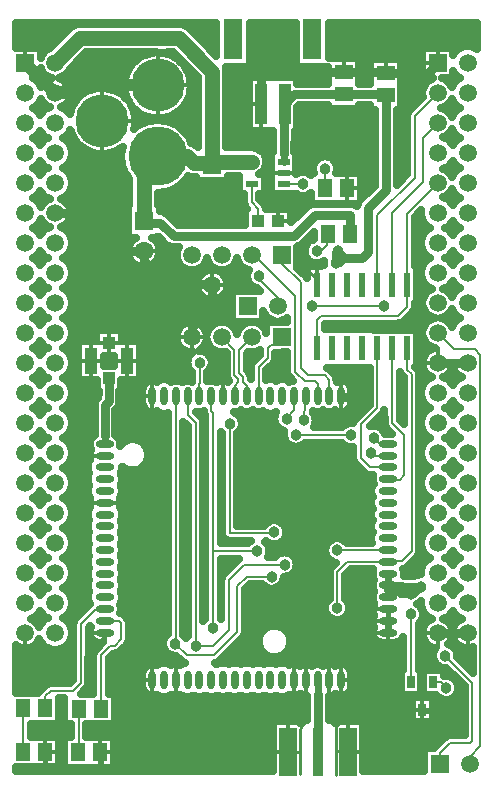
<source format=gbr>
G04 DipTrace 3.0.0.1*
G04 Top.gbr*
%MOIN*%
G04 #@! TF.FileFunction,Copper,L1,Top*
G04 #@! TF.Part,Single*
G04 #@! TA.AperFunction,Conductor*
%ADD14C,0.008*%
%ADD15C,0.015*%
%ADD16C,0.01*%
%ADD17C,0.03937*%
%ADD18C,0.03*%
%ADD19C,0.023622*%
%ADD20C,0.029528*%
G04 #@! TA.AperFunction,CopperBalancing*
%ADD21C,0.025*%
G04 #@! TA.AperFunction,Conductor*
%ADD22C,0.05*%
G04 #@! TA.AperFunction,CopperBalancing*
%ADD23C,0.012992*%
%ADD25R,0.059843X0.159843*%
%ADD26R,0.033465X0.159843*%
%ADD27R,0.041339X0.043307*%
%ADD28R,0.043307X0.088583*%
G04 #@! TA.AperFunction,ComponentPad*
%ADD29R,0.062992X0.062992*%
%ADD30C,0.062992*%
%ADD31R,0.059055X0.051181*%
G04 #@! TA.AperFunction,ComponentPad*
%ADD32R,0.059055X0.059055*%
%ADD33C,0.059055*%
%ADD34R,0.051181X0.059055*%
G04 #@! TA.AperFunction,ComponentPad*
%ADD35C,0.177165*%
%ADD36C,0.19685*%
%ADD38R,0.025591X0.041339*%
%ADD39R,0.043307X0.03937*%
%ADD41O,0.062992X0.023622*%
%ADD42O,0.023622X0.062992*%
%ADD47R,0.023622X0.07874*%
%ADD49R,0.043307X0.023622*%
%ADD50R,0.03937X0.137795*%
%ADD51R,0.059055X0.133858*%
G04 #@! TA.AperFunction,ViaPad*
%ADD52C,0.038*%
%FSLAX26Y26*%
G04*
G70*
G90*
G75*
G01*
G04 Top*
%LPD*%
X1113701Y1871701D2*
D14*
X1155701Y1829701D1*
Y1816900D1*
Y1744148D1*
X1169165Y1730684D1*
Y1721197D1*
X1157480Y1709512D1*
Y1674016D1*
X1213701Y1871701D2*
X1171701Y1829701D1*
Y1816900D1*
Y1750776D1*
X1185165Y1737311D1*
Y1721197D1*
X1196850Y1709512D1*
Y1674016D1*
X525197Y488976D2*
D15*
Y448031D1*
X533858Y439370D1*
X703937D1*
X712205Y447638D1*
Y484252D1*
X708661Y487795D1*
X1496063Y590551D2*
D16*
Y571063D1*
X1493701Y568701D1*
Y493701D1*
Y413701D1*
X1534252Y490157D2*
X1532244D1*
X1528701Y493701D1*
X1493701D1*
X1377953Y590551D2*
Y567717D1*
X1375984Y565748D1*
Y493249D1*
Y415617D1*
X1334646Y490551D2*
X1373286D1*
X1375984Y493249D1*
X724409Y886614D2*
Y875409D1*
X682701Y833701D1*
X1431890Y2046850D2*
Y2063512D1*
X1389701Y2105701D1*
X1850701Y626701D2*
D15*
X1785299D1*
X1781976Y630024D1*
X558661Y2685433D2*
D17*
X583433D1*
X646701Y2748701D1*
X743701D1*
X778701Y2713701D1*
X896929D1*
X900000Y2710630D1*
X558661Y2685433D2*
X458661Y2785433D1*
X1519701Y2755504D2*
D18*
X1657102D1*
X1660252Y2752354D1*
X1800386D1*
X1833465Y2785433D1*
X1244551Y2648047D2*
Y2740551D1*
X1259504Y2755504D1*
X1519701D1*
X1833465Y1785433D2*
X1933465D1*
X1534252Y490157D2*
D16*
X1612205D1*
X1614173Y492126D1*
X1334646Y490551D2*
X1261417D1*
X1259843Y492126D1*
Y590551D1*
Y669291D2*
Y590551D1*
Y669291D2*
X1377953D1*
X1614173Y590551D2*
Y669291D1*
X1496063D1*
X1614173D2*
Y767717D1*
X1669291Y886614D2*
D19*
Y925984D1*
D15*
Y965354D1*
X1933465Y885433D2*
D20*
X1833465D1*
X853543Y2157874D2*
Y2125858D1*
X929701Y2049701D1*
X1078076D1*
X1081496Y2046281D1*
X1013701Y1871701D2*
Y1905701D1*
X1080701Y1972701D1*
Y2045486D1*
X1081496Y2046281D1*
X558661Y2285433D2*
X633969D1*
X760701Y2158701D1*
X852717D1*
X853543Y2157874D1*
X1583701Y1724701D2*
Y1689701D1*
X1565701Y1671701D1*
X1514126D1*
D19*
X1511811Y1674016D1*
X1319685Y2381890D2*
D14*
X1384252D1*
X1457480Y2367323D2*
Y2432480D1*
X1458701Y2433701D1*
X1319685Y2456693D2*
D19*
Y2483504D1*
D18*
Y2644441D1*
X1323291Y2648047D1*
X1519701Y2680701D2*
X1355945D1*
X1323291Y2648047D1*
X1519701Y2680701D2*
X1657102D1*
X1660252Y2677551D1*
X1669291Y1083465D2*
D19*
Y1044094D1*
Y1004724D2*
Y1028568D1*
Y1044094D1*
X1743701Y1016142D2*
D21*
X1711417D1*
X1703150Y1024409D1*
X1673450D1*
X1669291Y1028568D1*
X1669685Y1043701D2*
X1715748D1*
X1718898Y1040551D1*
X1777953D1*
X1500787Y2158268D2*
X1494488Y2151969D1*
Y2117717D1*
X1743701Y1016142D2*
X1753543D1*
X1777953Y1040551D1*
X1500787Y2158268D2*
X1524434Y2134621D1*
X1507530Y2117717D1*
X1494488D1*
X1660252Y2677551D2*
D18*
Y2361252D1*
X1601701Y2302701D1*
Y2156701D1*
X1579621Y2134621D1*
X1524434D1*
X1213386Y2381890D2*
D14*
Y2321260D1*
X1235039Y2299606D1*
Y2258787D1*
X1235827Y2258000D1*
X1429701Y2158701D2*
X1443701D1*
X1463701Y2178701D1*
Y2213701D1*
X1466929Y2216929D1*
X1669291Y1516535D2*
X1639764D1*
X1620079Y1536220D1*
X1314961Y2145276D2*
Y2116929D1*
X1377701Y2054189D1*
Y1767575D1*
X1401181Y1744094D1*
X1456299D1*
X1470866Y1729528D1*
Y1675591D1*
X1472441Y1674016D1*
X1214961Y2145276D2*
X1220079D1*
X1357701Y2007654D1*
Y1756472D1*
X1389764Y1724409D1*
X1425984D1*
X1433465Y1716929D1*
Y1674409D1*
X1433071Y1674016D1*
X1386220Y1594094D2*
Y1623228D1*
X1392520Y1629528D1*
Y1672835D1*
X1393701Y1674016D1*
X1329528Y1598425D2*
Y1601969D1*
X1355512Y1627953D1*
Y1672835D1*
X1354331Y1674016D1*
X1236220D2*
Y1771220D1*
X1266701Y1801701D1*
Y1834701D1*
X1276701Y1844701D1*
X1286701D1*
X1313701Y1871701D1*
X1731890Y1834252D2*
Y1762992D1*
X1746457Y1748425D1*
Y1157480D1*
X1712992Y1124016D1*
X1670472D1*
X1669291Y1122835D1*
X1532835D1*
X1498701Y1088701D1*
Y968701D1*
X1433071Y729134D2*
D19*
Y682638D1*
D18*
Y491732D1*
X1434252Y490551D1*
X724409Y1516535D2*
D19*
Y1543110D1*
D20*
Y1644488D1*
X738189Y1658268D1*
Y1734252D1*
X737795Y1734646D1*
X711024Y632677D2*
D14*
Y812205D1*
X741339Y842520D1*
X756299D1*
X778346Y864567D1*
Y918504D1*
X769685Y927165D1*
X725591D1*
X724409Y925984D1*
Y965354D2*
X695276D1*
X644094Y914173D1*
Y719291D1*
X618110Y693307D1*
X544488D1*
X525591Y674409D1*
Y634646D1*
X636220Y632677D2*
Y490157D1*
X633858Y487795D1*
X450787Y634646D2*
Y489370D1*
X450394Y488976D1*
X900000Y2474409D2*
D22*
X998031D1*
X1020472Y2451969D1*
X1073446D1*
X1081496Y2443919D1*
Y2456693D1*
X1213386D1*
X1081496Y2443919D2*
Y2756906D1*
X970291Y2868110D1*
X641339D1*
X558661Y2785433D1*
X853543Y2257874D2*
Y2427953D1*
X900000Y2474409D1*
X1541732Y2216929D2*
D18*
Y2278701D1*
X1423701D1*
X1353701Y2208701D1*
X953701D1*
X908701Y2253701D1*
X857717D1*
X853543Y2257874D1*
X1431890Y1834252D2*
D14*
Y1928740D1*
X1445669Y1942520D1*
X1701575D1*
X1731890Y1972835D1*
Y2046850D1*
Y2283858D1*
X1833465Y2385433D1*
X1819378Y720575D2*
X1843827D1*
X1861701Y702701D1*
X1939701Y449701D2*
Y471701D1*
X1975701Y507701D1*
Y1811701D1*
X1956701Y1830701D1*
X1888197D1*
X1833465Y1885433D1*
X1654701Y1976701D2*
X1414701D1*
X1238701Y2075701D2*
Y2065701D1*
X1298701Y2005701D1*
Y1975701D1*
X1299701Y1974701D1*
X1839701Y449701D2*
Y484701D1*
X1873701Y518701D1*
X1940701D1*
X1948701Y526701D1*
Y718701D1*
X1857701Y809701D1*
X1744575Y720575D2*
Y947701D1*
X1498701Y1160701D2*
X1667787D1*
X1669291Y1162205D1*
Y1477165D2*
X1619236D1*
X1611701Y1484701D1*
X1545701Y1545701D2*
X1361701D1*
X1360701Y1546701D1*
X1681890Y2046850D2*
Y2285039D1*
X1784252Y2387402D1*
Y2536220D1*
X1833465Y2585433D1*
X1631890Y1834252D2*
Y1635827D1*
X1577701Y1581638D1*
Y1468701D1*
X1609000Y1437402D1*
X1668898D1*
X1669291Y1437795D1*
X1026772Y843307D2*
Y1585827D1*
X1000787Y1611811D1*
Y1673228D1*
X1000000Y1674016D1*
X1323228Y1113780D2*
X1189370D1*
X1137402Y1061811D1*
Y896063D1*
X1084646Y843307D1*
X1026772D1*
X1140551Y1583071D2*
Y1217717D1*
X1285039D1*
X1288189Y1220866D1*
X1039701Y1786701D2*
Y1717386D1*
X1039370Y1717717D1*
Y1674016D1*
X960630D2*
Y852362D1*
X958268Y850000D1*
X1280315Y1073622D2*
X1197244D1*
X1166142Y1042520D1*
Y890551D1*
X1086220Y810630D1*
X997638D1*
X958268Y850000D1*
X1084252Y901181D2*
Y1158661D1*
Y1620472D1*
X1079134Y1625591D1*
Y1673622D1*
X1078740Y1674016D1*
X1232283Y1158661D2*
X1084252D1*
X1631890Y2046850D2*
Y2277559D1*
X1757701Y2403370D1*
Y2609669D1*
X1833465Y2685433D1*
X1681890Y1834252D2*
Y1584646D1*
X1721260Y1545276D1*
Y1411811D1*
X1706299Y1396850D1*
X1670866D1*
X1669291Y1398425D1*
D52*
X682701Y833701D3*
X1389701Y2105701D3*
X1850701Y626701D3*
X1583701Y1724701D3*
X1384252Y2381890D3*
X1458701Y2433701D3*
X1777953Y1040551D3*
X1500787Y2158268D3*
X1494488Y2117717D3*
X1777953Y1040551D3*
X1494488Y2117717D3*
X1500787Y2158268D3*
X1494488Y2117717D3*
X1429701Y2158701D3*
X1620079Y1536220D3*
X1386220Y1594094D3*
X1329528Y1598425D3*
X1498701Y968701D3*
X1861701Y702701D3*
X1654701Y1976701D3*
X1414701D3*
X1238701Y2075701D3*
X1857701Y809701D3*
X1744575Y947701D3*
X1498701Y1160701D3*
X1611701Y1484701D3*
X1545701Y1545701D3*
X1360701Y1546701D3*
X1026772Y843307D3*
X1323228Y1113780D3*
X1026772Y843307D3*
X1140551Y1583071D3*
X1288189Y1220866D3*
X1039701Y1786701D3*
X958268Y850000D3*
X1280315Y1073622D3*
X1084252Y901181D3*
X1232283Y1158661D3*
X1743701Y1016142D3*
X669291Y1535433D3*
X787402D3*
Y1614173D3*
X669291D3*
X787402Y1692913D3*
X669291D3*
X846457Y1732283D3*
Y1811024D3*
X629921Y1771654D3*
Y1850394D3*
X787402Y1870079D3*
X688976Y1889764D3*
X1437008Y807087D3*
X1515748D3*
X1358268D3*
X1496063Y669291D3*
X1377953D3*
Y590551D3*
X1496063D3*
X1614173D3*
X1259843D3*
X1614173Y492126D3*
X1259843D3*
X1614173Y669291D3*
Y767717D3*
X1259843Y669291D3*
X428701Y2895387D2*
D21*
X598921D1*
X1012710D2*
X1093452D1*
X1210463D2*
X1357221D1*
X1474282D2*
X1961079D1*
X428701Y2870518D2*
X574067D1*
X1037563D2*
X1093452D1*
X1210463D2*
X1357221D1*
X1474282D2*
X1961079D1*
X428701Y2845650D2*
X549213D1*
X1062417D2*
X1093452D1*
X1210463D2*
X1357221D1*
X1474282D2*
X1961079D1*
X1210463Y2820781D2*
X1357221D1*
X1474282D2*
X1779926D1*
X638833Y2795912D2*
X827876D1*
X1210463D2*
X1357221D1*
X1573208D2*
X1606733D1*
X1713784D2*
X1779926D1*
X613930Y2771043D2*
X805463D1*
X1129360D2*
X1466157D1*
X1573208D2*
X1606733D1*
X1713784D2*
X1779926D1*
X512172Y2746175D2*
X521990D1*
X595327D2*
X793305D1*
X1006704D2*
X1022541D1*
X1131508D2*
X1466157D1*
X1573208D2*
X1606733D1*
X1713784D2*
X1779926D1*
X504165Y2721306D2*
X519915D1*
X597475D2*
X787934D1*
X1012075D2*
X1031489D1*
X1131508D2*
X1200874D1*
X1366958D2*
X1466157D1*
X1573208D2*
X1606733D1*
X1713784D2*
X1794672D1*
X1872231D2*
X1887934D1*
X611001Y2696437D2*
X676118D1*
X753774D2*
X788325D1*
X1011684D2*
X1031489D1*
X1131508D2*
X1200874D1*
X1713784D2*
X1781147D1*
X610268Y2671568D2*
X635835D1*
X1005434D2*
X1031489D1*
X1131508D2*
X1200874D1*
X1713784D2*
X1781049D1*
X501626Y2646699D2*
X522944D1*
X594399D2*
X616645D1*
X992104D2*
X1031489D1*
X1131508D2*
X1200874D1*
X1713784D2*
X1756147D1*
X1869204D2*
X1890473D1*
X503725Y2621831D2*
X513603D1*
X823549D2*
X832443D1*
X967544D2*
X1031489D1*
X1131508D2*
X1200874D1*
X1366958D2*
X1621235D1*
X1699233D2*
X1732807D1*
X1871743D2*
X1888374D1*
X827456Y2596962D2*
X1031489D1*
X1131508D2*
X1200874D1*
X1366958D2*
X1621235D1*
X1699233D2*
X1729682D1*
X973794Y2572093D2*
X1031489D1*
X1131508D2*
X1200874D1*
X1366958D2*
X1621235D1*
X1699233D2*
X1729682D1*
X502114Y2547224D2*
X515180D1*
X602114D2*
X612153D1*
X999038D2*
X1031489D1*
X1131508D2*
X1280708D1*
X1358706D2*
X1621235D1*
X1699233D2*
X1729682D1*
X1869790D2*
X1889985D1*
X503286Y2522356D2*
X514008D1*
X603286D2*
X627631D1*
X1013491D2*
X1031489D1*
X1131508D2*
X1280708D1*
X1358706D2*
X1621235D1*
X1699233D2*
X1729682D1*
X1878090D2*
X1888813D1*
X615883Y2497487D2*
X656879D1*
X1240200D2*
X1280708D1*
X1358706D2*
X1621235D1*
X1699233D2*
X1729682D1*
X615688Y2472618D2*
X776606D1*
X1260659D2*
X1274018D1*
X1365346D2*
X1444965D1*
X1472426D2*
X1621235D1*
X1699233D2*
X1729682D1*
X502602Y2447749D2*
X514692D1*
X602602D2*
X779536D1*
X1262514D2*
X1274018D1*
X1365346D2*
X1418208D1*
X1499184D2*
X1621235D1*
X1699233D2*
X1729682D1*
X1877407D2*
X1889497D1*
X502846Y2422881D2*
X514497D1*
X602846D2*
X788081D1*
X1260024D2*
X1274018D1*
X1365346D2*
X1417182D1*
X1500210D2*
X1621235D1*
X1699233D2*
X1729682D1*
X1870620D2*
X1889301D1*
X615737Y2398012D2*
X803559D1*
X996254D2*
X1026948D1*
X1136001D2*
X1167719D1*
X1259047D2*
X1274018D1*
X1581850D2*
X1621235D1*
X1699233D2*
X1713764D1*
X615835Y2373143D2*
X803559D1*
X968569D2*
X1167719D1*
X1259047D2*
X1274018D1*
X1581850D2*
X1618012D1*
X503090Y2348274D2*
X514253D1*
X603090D2*
X803559D1*
X903530D2*
X1185395D1*
X1241372D2*
X1359174D1*
X1581850D2*
X1593195D1*
X1870913D2*
X1889057D1*
X502358Y2323406D2*
X522065D1*
X595229D2*
X803559D1*
X903530D2*
X1185395D1*
X1249819D2*
X1407905D1*
X1877163D2*
X1889790D1*
X610463Y2298537D2*
X797065D1*
X910024D2*
X1190180D1*
X1348403D2*
X1387983D1*
X610805Y2273668D2*
X797065D1*
X944253D2*
X1190180D1*
X1348403D2*
X1363129D1*
X1760268D2*
X1776215D1*
X503530Y2248799D2*
X520649D1*
X596694D2*
X797065D1*
X969155D2*
X1190180D1*
X1759878D2*
X1788569D1*
X1878335D2*
X1888569D1*
X501870Y2223930D2*
X515473D1*
X601870D2*
X797065D1*
X1759878D2*
X1790278D1*
X1876674D2*
X1890278D1*
X615493Y2199062D2*
X817671D1*
X889370D2*
X907807D1*
X1399575D2*
X1417329D1*
X1759878D2*
X1776606D1*
X616030Y2174193D2*
X800629D1*
X906460D2*
X936518D1*
X1370864D2*
X1389790D1*
X1759878D2*
X1776069D1*
X503969Y2149324D2*
X513316D1*
X603969D2*
X798725D1*
X908364D2*
X961616D1*
X1368471D2*
X1387788D1*
X1759878D2*
X1788129D1*
X1878774D2*
X1888136D1*
X501333Y2124455D2*
X515962D1*
X601333D2*
X809907D1*
X897182D2*
X965864D1*
X1368471D2*
X1405561D1*
X1759878D2*
X1790766D1*
X1876137D2*
X1890766D1*
X615346Y2099587D2*
X989741D1*
X1040200D2*
X1089741D1*
X1140200D2*
X1189741D1*
X1370864D2*
X1396088D1*
X1767690D2*
X1776787D1*
X616128Y2074718D2*
X1036616D1*
X1126381D2*
X1195698D1*
X1767690D2*
X1775961D1*
X504409Y2049849D2*
X512931D1*
X604409D2*
X1028071D1*
X1134878D2*
X1205024D1*
X1767690D2*
X1787690D1*
X1879213D2*
X1887653D1*
X500844Y2024980D2*
X516499D1*
X600844D2*
X1032612D1*
X1130385D2*
X1146196D1*
X1767690D2*
X1798725D1*
X1868227D2*
X1891303D1*
X615200Y2000112D2*
X1057270D1*
X1105727D2*
X1146186D1*
X1767690D2*
X1782114D1*
X616225Y1975243D2*
X1146186D1*
X1759878D2*
X1780952D1*
X504848Y1950374D2*
X512473D1*
X604848D2*
X1146186D1*
X1748012D2*
X1793891D1*
X1873061D2*
X1887251D1*
X500307Y1925505D2*
X517036D1*
X600307D2*
X1146186D1*
X1253237D2*
X1283637D1*
X1315737D2*
X1329682D1*
X1723110D2*
X1799360D1*
X1867544D2*
X1891840D1*
X615102Y1900636D2*
X969184D1*
X1058217D2*
X1069180D1*
X1158217D2*
X1169180D1*
X1459878D2*
X1782270D1*
X616323Y1875768D2*
X693110D1*
X782485D2*
X960346D1*
X1767690D2*
X1780828D1*
X605288Y1850899D2*
X633100D1*
X842495D2*
X964594D1*
X1767690D2*
X1793403D1*
X499770Y1826030D2*
X517573D1*
X599770D2*
X633100D1*
X842495D2*
X988422D1*
X1051870D2*
X1088422D1*
X1767690D2*
X1800044D1*
X614907Y1801161D2*
X633100D1*
X724379D2*
X751215D1*
X842495D2*
X999360D1*
X1080044D2*
X1127680D1*
X1199721D2*
X1227583D1*
X1294692D2*
X1329682D1*
X1767690D2*
X1782389D1*
X616421Y1776293D2*
X633055D1*
X724379D2*
X751215D1*
X842495D2*
X998042D1*
X1081362D2*
X1127680D1*
X1199721D2*
X1208722D1*
X1279848D2*
X1329682D1*
X1767690D2*
X1780736D1*
X605678Y1751424D2*
X633100D1*
X842495D2*
X1011713D1*
X1067690D2*
X1127680D1*
X1264223D2*
X1330219D1*
X1487514D2*
X1603901D1*
X1774282D2*
X1792915D1*
X1873989D2*
X1892915D1*
X499184Y1726555D2*
X518110D1*
X599184D2*
X695210D1*
X780385D2*
X899067D1*
X943471D2*
X952633D1*
X968619D2*
X991987D1*
X1086733D2*
X1110102D1*
X1126124D2*
X1134758D1*
X1337172D2*
X1346344D1*
X1519819D2*
X1603901D1*
X1709878D2*
X1718444D1*
X1774477D2*
X1792915D1*
X1873989D2*
X1892915D1*
X614760Y1701686D2*
X695210D1*
X780385D2*
X847065D1*
X1546645D2*
X1603901D1*
X1709878D2*
X1718444D1*
X616518Y1676818D2*
X701508D1*
X774868D2*
X846088D1*
X1547622D2*
X1603901D1*
X1709878D2*
X1718444D1*
X606069Y1651949D2*
X688569D1*
X774282D2*
X846186D1*
X1547524D2*
X1603901D1*
X1709878D2*
X1718444D1*
X1774477D2*
X1786037D1*
X498647Y1627080D2*
X518696D1*
X598647D2*
X687739D1*
X761098D2*
X860249D1*
X1533462D2*
X1584565D1*
X1709878D2*
X1718444D1*
X1774477D2*
X1793501D1*
X1873452D2*
X1893501D1*
X614614Y1602211D2*
X687739D1*
X761098D2*
X932612D1*
X1178725D2*
X1286713D1*
X1428383D2*
X1559712D1*
X1636831D2*
X1653901D1*
X1709878D2*
X1718444D1*
X616616Y1577343D2*
X687739D1*
X761098D2*
X932612D1*
X988637D2*
X996671D1*
X1183120D2*
X1292426D1*
X1425600D2*
X1517915D1*
X1611977D2*
X1654975D1*
X606460Y1552474D2*
X687739D1*
X761098D2*
X932612D1*
X988637D2*
X998774D1*
X1169594D2*
X1318110D1*
X1659682D2*
X1675483D1*
X1774477D2*
X1785646D1*
X498012Y1527605D2*
X519282D1*
X598012D2*
X673042D1*
X775796D2*
X794379D1*
X838979D2*
X932612D1*
X988637D2*
X998774D1*
X1168569D2*
X1322504D1*
X1774477D2*
X1794087D1*
X1872817D2*
X1894087D1*
X614419Y1502736D2*
X674213D1*
X865737D2*
X932612D1*
X988637D2*
X998774D1*
X1168569D2*
X1549702D1*
X616665Y1477867D2*
X668940D1*
X871157D2*
X932612D1*
X988637D2*
X998774D1*
X1168569D2*
X1549702D1*
X606850Y1452999D2*
X667085D1*
X863930D2*
X932612D1*
X988637D2*
X998774D1*
X1168569D2*
X1555122D1*
X1774477D2*
X1785319D1*
X497426Y1428130D2*
X519917D1*
X597426D2*
X665180D1*
X783657D2*
X806294D1*
X827103D2*
X932612D1*
X988637D2*
X998774D1*
X1168569D2*
X1579731D1*
X1774477D2*
X1794721D1*
X1872231D2*
X1894721D1*
X614272Y1403261D2*
X664204D1*
X784585D2*
X932612D1*
X988637D2*
X998774D1*
X1168569D2*
X1614155D1*
X616713Y1378392D2*
X669184D1*
X779653D2*
X932612D1*
X988637D2*
X998774D1*
X1168569D2*
X1614057D1*
X607192Y1353524D2*
X664301D1*
X784487D2*
X932612D1*
X988637D2*
X998774D1*
X1168569D2*
X1609223D1*
X1774477D2*
X1784927D1*
X496792Y1328655D2*
X520503D1*
X596792D2*
X670161D1*
X778676D2*
X932612D1*
X988637D2*
X998774D1*
X1168569D2*
X1609858D1*
X1774477D2*
X1795307D1*
X1871596D2*
X1895307D1*
X614077Y1303786D2*
X671967D1*
X776870D2*
X932612D1*
X988637D2*
X998774D1*
X1168569D2*
X1612251D1*
X616811Y1278917D2*
X663960D1*
X784878D2*
X932612D1*
X988637D2*
X998774D1*
X1168569D2*
X1608833D1*
X607583Y1254049D2*
X666254D1*
X782583D2*
X932612D1*
X988637D2*
X998774D1*
X1168569D2*
X1262446D1*
X1313930D2*
X1611128D1*
X1774477D2*
X1784535D1*
X496157Y1229180D2*
X521186D1*
X596157D2*
X665766D1*
X783022D2*
X932612D1*
X988637D2*
X998774D1*
X1330337D2*
X1610639D1*
X1774477D2*
X1795991D1*
X1870962D2*
X1895991D1*
X613881Y1204311D2*
X664008D1*
X784780D2*
X932612D1*
X988637D2*
X998774D1*
X1327651D2*
X1608881D1*
X616860Y1179442D2*
X668012D1*
X780776D2*
X932612D1*
X988637D2*
X998774D1*
X1269546D2*
X1460297D1*
X607924Y1154573D2*
X664692D1*
X784145D2*
X932612D1*
X988637D2*
X998774D1*
X1275063D2*
X1456147D1*
X1774282D2*
X1784185D1*
X495473Y1129705D2*
X521821D1*
X595473D2*
X664546D1*
X784292D2*
X932612D1*
X988637D2*
X998774D1*
X1112270D2*
X1166743D1*
X1362954D2*
X1470112D1*
X1757241D2*
X1796626D1*
X1870278D2*
X1896626D1*
X613735Y1104836D2*
X668403D1*
X780385D2*
X932612D1*
X988637D2*
X998774D1*
X1112270D2*
X1141840D1*
X1365249D2*
X1476460D1*
X1732290D2*
X1778413D1*
X616909Y1079967D2*
X664057D1*
X784731D2*
X932612D1*
X988637D2*
X998774D1*
X1348012D2*
X1470698D1*
X1528530D2*
X1613960D1*
X1724624D2*
X1766157D1*
X608266Y1055098D2*
X665522D1*
X783266D2*
X932612D1*
X988637D2*
X998774D1*
X1318813D2*
X1470698D1*
X1526723D2*
X1615669D1*
X494790Y1030230D2*
X522504D1*
X594790D2*
X666499D1*
X782290D2*
X932612D1*
X988637D2*
X998774D1*
X1194155D2*
X1470698D1*
X1526723D2*
X1616840D1*
X1869594D2*
X1897309D1*
X613540Y1005361D2*
X663911D1*
X784878D2*
X932612D1*
X988637D2*
X998774D1*
X1194155D2*
X1470698D1*
X1526723D2*
X1613813D1*
X616958Y980492D2*
X671870D1*
X776284D2*
X932612D1*
X988637D2*
X998774D1*
X1194155D2*
X1457465D1*
X1539956D2*
X1617426D1*
X608608Y955623D2*
X646967D1*
X778432D2*
X932612D1*
X988637D2*
X998774D1*
X1194155D2*
X1457856D1*
X1539516D2*
X1615229D1*
X484585Y930755D2*
X523237D1*
X594106D2*
X622212D1*
X803188D2*
X932612D1*
X988637D2*
X998774D1*
X1194155D2*
X1482026D1*
X1515346D2*
X1614155D1*
X1783852D2*
X1807514D1*
X1859389D2*
X1907514D1*
X806362Y905886D2*
X932612D1*
X988637D2*
X998774D1*
X1194155D2*
X1267622D1*
X1310610D2*
X1619917D1*
X1772573D2*
X1784200D1*
X806362Y881017D2*
X929731D1*
X988637D2*
X998774D1*
X1192299D2*
X1240278D1*
X1338003D2*
X1614253D1*
X1772573D2*
X1780125D1*
X672085Y856148D2*
X688764D1*
X804897D2*
X915717D1*
X1170278D2*
X1234663D1*
X1343618D2*
X1633637D1*
X1704946D2*
X1716602D1*
X1772573D2*
X1789155D1*
X1877749D2*
X1889155D1*
X428701Y831280D2*
X541840D1*
X575503D2*
X616108D1*
X672085D2*
X691547D1*
X783608D2*
X919868D1*
X1145424D2*
X1241694D1*
X1336538D2*
X1716596D1*
X1772573D2*
X1820942D1*
X1894497D2*
X1947700D1*
X428701Y806411D2*
X616108D1*
X672085D2*
X683027D1*
X743813D2*
X963276D1*
X1120571D2*
X1276850D1*
X1301439D2*
X1716596D1*
X1772573D2*
X1814838D1*
X1900551D2*
X1947700D1*
X428701Y781542D2*
X616108D1*
X672085D2*
X683027D1*
X739028D2*
X873139D1*
X890614D2*
X898872D1*
X943667D2*
X951914D1*
X969382D2*
X977550D1*
X1337368D2*
X1345606D1*
X1363064D2*
X1384956D1*
X1402439D2*
X1424360D1*
X1441768D2*
X1463715D1*
X1481144D2*
X1503071D1*
X1520521D2*
X1716596D1*
X1772573D2*
X1826069D1*
X1924428D2*
X1947700D1*
X428701Y756673D2*
X616108D1*
X672085D2*
X683027D1*
X739028D2*
X847016D1*
X1546694D2*
X1707758D1*
X1856167D2*
X1872160D1*
X428701Y731804D2*
X616108D1*
X672085D2*
X683027D1*
X739028D2*
X846088D1*
X1547622D2*
X1707758D1*
X428701Y706936D2*
X519575D1*
X668911D2*
X683023D1*
X739028D2*
X846186D1*
X1547524D2*
X1707758D1*
X1904458D2*
X1920718D1*
X760610Y682067D2*
X860444D1*
X1533266D2*
X1707758D1*
X1899038D2*
X1920698D1*
X575161Y657198D2*
X586616D1*
X760610D2*
X1394087D1*
X1472085D2*
X1745161D1*
X1818764D2*
X1920698D1*
X575161Y632329D2*
X586616D1*
X760610D2*
X1394087D1*
X1472085D2*
X1745161D1*
X1818764D2*
X1920698D1*
X575161Y607461D2*
X586616D1*
X760610D2*
X1394087D1*
X1472085D2*
X1745161D1*
X1818764D2*
X1920698D1*
X478774Y582592D2*
X586616D1*
X760610D2*
X1280708D1*
X1588149D2*
X1920698D1*
X478774Y557723D2*
X608198D1*
X664223D2*
X1280708D1*
X1588149D2*
X1920698D1*
X574770Y532854D2*
X584243D1*
X758266D2*
X1280708D1*
X1588149D2*
X1849311D1*
X574770Y507986D2*
X584243D1*
X758266D2*
X1280708D1*
X1588149D2*
X1824409D1*
X574770Y483117D2*
X584243D1*
X758266D2*
X1280708D1*
X1588149D2*
X1786176D1*
X574770Y458248D2*
X584243D1*
X758266D2*
X1280708D1*
X1588149D2*
X1786176D1*
X428701Y433379D2*
X1280708D1*
X1588149D2*
X1786176D1*
X1504188Y591579D2*
X1585673D1*
Y426198D1*
X1788652Y426201D1*
X1788673Y500728D1*
X1819874D1*
X1855669Y536732D1*
X1860377Y540443D1*
X1865821Y542953D1*
X1871700Y544122D1*
X1923164Y544201D1*
X1923201Y708097D1*
X1861927Y769412D1*
X1854523Y769326D1*
X1848246Y770320D1*
X1842202Y772284D1*
X1836540Y775169D1*
X1831398Y778904D1*
X1826904Y783398D1*
X1823169Y788540D1*
X1820284Y794202D1*
X1818320Y800246D1*
X1817326Y806523D1*
Y812878D1*
X1818320Y819155D1*
X1820284Y825199D1*
X1823169Y830862D1*
X1826066Y834940D1*
X1818827Y836550D1*
X1811826Y839221D1*
X1805291Y842888D1*
X1799364Y847473D1*
X1794173Y852876D1*
X1789828Y858981D1*
X1786425Y865657D1*
X1784036Y872759D1*
X1782713Y880135D1*
X1782484Y887625D1*
X1783355Y895067D1*
X1785306Y902302D1*
X1788296Y909173D1*
X1792259Y915532D1*
X1797112Y921242D1*
X1802748Y926180D1*
X1809046Y930239D1*
X1814409Y932754D1*
X1808032Y935519D1*
X1800537Y940112D1*
X1793853Y945821D1*
X1788144Y952506D1*
X1783551Y960001D1*
X1780187Y968122D1*
X1778135Y976670D1*
X1777445Y985433D1*
X1777927Y992439D1*
X1770003Y985345D1*
X1765761Y982210D1*
X1770877Y978497D1*
X1775371Y974003D1*
X1779107Y968862D1*
X1781992Y963199D1*
X1783956Y957155D1*
X1784950Y950878D1*
Y944523D1*
X1783956Y938246D1*
X1781992Y932202D1*
X1779107Y926540D1*
X1775371Y921398D1*
X1770068Y916266D1*
X1770075Y762789D1*
X1778870Y762744D1*
Y678405D1*
X1710280D1*
Y762744D1*
X1719118D1*
X1718967Y872116D1*
X1714973Y865786D1*
X1709667Y860508D1*
X1703317Y856548D1*
X1696242Y854105D1*
X1688977Y853303D1*
X1646934Y853411D1*
X1639589Y854845D1*
X1632749Y857883D1*
X1626760Y862372D1*
X1621925Y868084D1*
X1618487Y874732D1*
X1616619Y881980D1*
X1616417Y889461D1*
X1617890Y896799D1*
X1620965Y903622D1*
X1622751Y906290D1*
X1619465Y911802D1*
X1617060Y918889D1*
X1616297Y926335D1*
X1617216Y933762D1*
X1619770Y940797D1*
X1622751Y945660D1*
X1619465Y951172D1*
X1617060Y958259D1*
X1616297Y965705D1*
X1617216Y973132D1*
X1619770Y980167D1*
X1622657Y985145D1*
X1618831Y991977D1*
X1616705Y999513D1*
X1616398Y1007338D1*
X1617926Y1015018D1*
X1621204Y1022129D1*
X1622657Y1024515D1*
X1618831Y1031347D1*
X1616705Y1038883D1*
X1616398Y1046708D1*
X1617926Y1054388D1*
X1621204Y1061499D1*
X1622657Y1063885D1*
X1618831Y1070717D1*
X1616705Y1078254D1*
X1616398Y1086078D1*
X1617926Y1093758D1*
X1619291Y1097335D1*
X1543441D1*
X1524201Y1078138D1*
Y1000175D1*
X1529497Y995003D1*
X1533233Y989862D1*
X1536118Y984199D1*
X1538082Y978155D1*
X1539076Y971878D1*
Y965523D1*
X1538082Y959246D1*
X1536118Y953202D1*
X1533233Y947540D1*
X1529497Y942398D1*
X1525003Y937904D1*
X1519862Y934169D1*
X1514199Y931284D1*
X1508155Y929320D1*
X1501878Y928326D1*
X1495523D1*
X1489246Y929320D1*
X1483202Y931284D1*
X1477540Y934169D1*
X1472398Y937904D1*
X1467904Y942398D1*
X1464169Y947540D1*
X1461284Y953202D1*
X1459320Y959246D1*
X1458326Y965523D1*
Y971878D1*
X1459320Y978155D1*
X1461284Y984199D1*
X1464169Y989862D1*
X1467904Y995003D1*
X1473208Y1000136D1*
X1473279Y1090702D1*
X1474449Y1096581D1*
X1476958Y1102025D1*
X1480669Y1106732D1*
X1494377Y1120439D1*
X1486186Y1122183D1*
X1480314Y1124615D1*
X1474895Y1127936D1*
X1470063Y1132063D1*
X1465936Y1136895D1*
X1462615Y1142314D1*
X1460183Y1148186D1*
X1458699Y1154365D1*
X1458201Y1160701D1*
X1458699Y1167036D1*
X1460183Y1173216D1*
X1462615Y1179087D1*
X1465936Y1184506D1*
X1470063Y1189339D1*
X1474895Y1193466D1*
X1480314Y1196787D1*
X1486186Y1199219D1*
X1492365Y1200702D1*
X1498701Y1201201D1*
X1505036Y1200702D1*
X1511216Y1199219D1*
X1517087Y1196787D1*
X1522506Y1193466D1*
X1527339Y1189339D1*
X1530136Y1186194D1*
X1614570Y1186201D1*
X1612361Y1192633D1*
X1611421Y1198570D1*
Y1204580D1*
X1612361Y1210516D1*
X1614219Y1216233D1*
X1616758Y1221250D1*
X1614219Y1226287D1*
X1612361Y1232003D1*
X1611421Y1237940D1*
Y1243950D1*
X1612361Y1249887D1*
X1614219Y1255603D1*
X1616758Y1260620D1*
X1614219Y1265657D1*
X1612361Y1271373D1*
X1611421Y1277310D1*
Y1283320D1*
X1612361Y1289257D1*
X1614219Y1294973D1*
X1616758Y1299990D1*
X1614219Y1305027D1*
X1612361Y1310743D1*
X1611421Y1316680D1*
Y1322690D1*
X1612361Y1328627D1*
X1614219Y1334343D1*
X1616758Y1339360D1*
X1614219Y1344397D1*
X1612361Y1350113D1*
X1611421Y1356050D1*
Y1362060D1*
X1612361Y1367997D1*
X1614219Y1373713D1*
X1616947Y1379068D1*
X1619926Y1383302D1*
X1617216Y1390649D1*
X1616295Y1398425D1*
X1617216Y1406202D1*
X1619169Y1411906D1*
X1605011Y1412215D1*
X1599242Y1413843D1*
X1594011Y1416772D1*
X1590969Y1419370D1*
X1557071Y1453712D1*
X1554142Y1458942D1*
X1552515Y1464712D1*
X1552201Y1468701D1*
X1552036Y1505699D1*
X1545701Y1505201D1*
X1539365Y1505699D1*
X1533186Y1507183D1*
X1527314Y1509615D1*
X1521895Y1512936D1*
X1517063Y1517063D1*
X1514266Y1520208D1*
X1391355Y1520201D1*
X1387003Y1515904D1*
X1381862Y1512169D1*
X1376199Y1509284D1*
X1370155Y1507320D1*
X1363878Y1506326D1*
X1357523D1*
X1351246Y1507320D1*
X1345202Y1509284D1*
X1339540Y1512169D1*
X1334398Y1515904D1*
X1329904Y1520398D1*
X1326169Y1525540D1*
X1323284Y1531202D1*
X1321320Y1537246D1*
X1320326Y1543523D1*
Y1549878D1*
X1321320Y1556155D1*
X1322018Y1558630D1*
X1314029Y1561008D1*
X1308366Y1563893D1*
X1303225Y1567629D1*
X1298731Y1572123D1*
X1294996Y1577264D1*
X1292110Y1582927D1*
X1290147Y1588971D1*
X1289152Y1595248D1*
Y1601603D1*
X1290147Y1607880D1*
X1292110Y1613924D1*
X1295983Y1621063D1*
X1287427Y1617902D1*
X1281582Y1616499D1*
X1275591Y1616028D1*
X1269599Y1616499D1*
X1263754Y1617902D1*
X1258201Y1620202D1*
X1251388Y1624674D1*
X1246514Y1622650D1*
X1238834Y1621122D1*
X1231009Y1621430D1*
X1223473Y1623555D1*
X1216641Y1627382D1*
X1211973Y1624650D1*
X1204627Y1621940D1*
X1196850Y1621020D1*
X1189074Y1621940D1*
X1181728Y1624650D1*
X1177060Y1627382D1*
X1170228Y1623555D1*
X1162691Y1621430D1*
X1154867Y1621122D1*
X1158938Y1619157D1*
X1164356Y1615836D1*
X1169189Y1611709D1*
X1173316Y1606876D1*
X1176637Y1601457D1*
X1179069Y1595586D1*
X1180553Y1589406D1*
X1181051Y1583071D1*
X1180553Y1576735D1*
X1179069Y1570556D1*
X1176637Y1564684D1*
X1173316Y1559266D1*
X1169189Y1554433D1*
X1166044Y1551636D1*
X1166051Y1243178D1*
X1254370Y1243217D1*
X1259551Y1249504D1*
X1264384Y1253631D1*
X1269802Y1256952D1*
X1275674Y1259384D1*
X1281853Y1260868D1*
X1288189Y1261366D1*
X1294525Y1260868D1*
X1300704Y1259384D1*
X1306576Y1256952D1*
X1311994Y1253631D1*
X1316827Y1249504D1*
X1320954Y1244671D1*
X1324275Y1239253D1*
X1326707Y1233381D1*
X1328190Y1227202D1*
X1328689Y1220866D1*
X1328190Y1214531D1*
X1326707Y1208351D1*
X1324275Y1202480D1*
X1320954Y1197061D1*
X1316827Y1192228D1*
X1311994Y1188101D1*
X1306576Y1184780D1*
X1300704Y1182348D1*
X1294525Y1180865D1*
X1288189Y1180366D1*
X1281853Y1180865D1*
X1275674Y1182348D1*
X1269802Y1184780D1*
X1264384Y1188101D1*
X1259560Y1192220D1*
X1258586Y1189458D1*
X1263080Y1184964D1*
X1266815Y1179823D1*
X1269701Y1174160D1*
X1271664Y1168116D1*
X1272659Y1161839D1*
Y1155484D1*
X1271664Y1149207D1*
X1269701Y1143163D1*
X1267817Y1139289D1*
X1291763Y1139280D1*
X1296926Y1144576D1*
X1302067Y1148311D1*
X1307730Y1151197D1*
X1313774Y1153161D1*
X1320051Y1154155D1*
X1326406D1*
X1332683Y1153161D1*
X1338727Y1151197D1*
X1344390Y1148311D1*
X1349531Y1144576D1*
X1354025Y1140082D1*
X1357760Y1134941D1*
X1360645Y1129278D1*
X1362609Y1123234D1*
X1363603Y1116957D1*
Y1110602D1*
X1362609Y1104325D1*
X1360645Y1098281D1*
X1357760Y1092618D1*
X1354025Y1087477D1*
X1349531Y1082983D1*
X1344390Y1079248D1*
X1338727Y1076362D1*
X1332683Y1074399D1*
X1326406Y1073404D1*
X1320808Y1073375D1*
X1320316Y1067286D1*
X1318833Y1061107D1*
X1316401Y1055235D1*
X1313080Y1049817D1*
X1308953Y1044984D1*
X1304120Y1040857D1*
X1298702Y1037536D1*
X1292830Y1035104D1*
X1286651Y1033621D1*
X1280315Y1033122D1*
X1273979Y1033621D1*
X1267800Y1035104D1*
X1261928Y1037536D1*
X1256510Y1040857D1*
X1251677Y1044984D1*
X1248880Y1048129D1*
X1207805Y1048122D1*
X1191625Y1031940D1*
X1191563Y888550D1*
X1190394Y882671D1*
X1187884Y877227D1*
X1184173Y872520D1*
X1101209Y790000D1*
X1095979Y787071D1*
X1090202Y785443D1*
X1096129Y782947D1*
X1098415Y781667D1*
X1103452Y784206D1*
X1109169Y786064D1*
X1115105Y787004D1*
X1121115D1*
X1127052Y786064D1*
X1132768Y784206D1*
X1137785Y781667D1*
X1142822Y784206D1*
X1148539Y786064D1*
X1154475Y787004D1*
X1160486D1*
X1166422Y786064D1*
X1172138Y784206D1*
X1177155Y781667D1*
X1182192Y784206D1*
X1187909Y786064D1*
X1193845Y787004D1*
X1199856D1*
X1205792Y786064D1*
X1211508Y784206D1*
X1216525Y781667D1*
X1221562Y784206D1*
X1227279Y786064D1*
X1233215Y787004D1*
X1239226D1*
X1245162Y786064D1*
X1250878Y784206D1*
X1255896Y781667D1*
X1260933Y784206D1*
X1266649Y786064D1*
X1272585Y787004D1*
X1278596D1*
X1284532Y786064D1*
X1290249Y784206D1*
X1295266Y781667D1*
X1300303Y784206D1*
X1306019Y786064D1*
X1311955Y787004D1*
X1317966D1*
X1323902Y786064D1*
X1329619Y784206D1*
X1334974Y781478D1*
X1339163Y778476D1*
X1344983Y780792D1*
X1352357Y782071D1*
X1359831Y781673D1*
X1367027Y779616D1*
X1373582Y776004D1*
X1374008Y775677D1*
X1379678Y779034D1*
X1386777Y781402D1*
X1394226Y782126D1*
X1401649Y781168D1*
X1408670Y778577D1*
X1413491Y775768D1*
X1420323Y779594D1*
X1427860Y781720D1*
X1435684Y782027D1*
X1443365Y780500D1*
X1450476Y777221D1*
X1452755Y775686D1*
X1458418Y779034D1*
X1465517Y781402D1*
X1472966Y782126D1*
X1480389Y781168D1*
X1487410Y778577D1*
X1492118Y775677D1*
X1497788Y779034D1*
X1504887Y781402D1*
X1512337Y782126D1*
X1519759Y781168D1*
X1526781Y778577D1*
X1533046Y774484D1*
X1538240Y769095D1*
X1542100Y762683D1*
X1544431Y755571D1*
X1545122Y748819D1*
X1545028Y706951D1*
X1543632Y699598D1*
X1540630Y692743D1*
X1536173Y686730D1*
X1530486Y681865D1*
X1523857Y678392D1*
X1516619Y676487D1*
X1509139Y676245D1*
X1501793Y677680D1*
X1494954Y680718D1*
X1492152Y682584D1*
X1486781Y679383D1*
X1479707Y676940D1*
X1472266Y676138D1*
X1469565Y676269D1*
X1469571Y594210D1*
X1504193Y594193D1*
Y591605D1*
X1285724Y591972D2*
X1363215D1*
X1363209Y594193D1*
X1396558D1*
X1396571Y676254D1*
X1391028Y676245D1*
X1383683Y677680D1*
X1376843Y680718D1*
X1374041Y682584D1*
X1368671Y679383D1*
X1361597Y676940D1*
X1354156Y676138D1*
X1346723Y677018D1*
X1339675Y679535D1*
X1339202Y679789D1*
X1332350Y675320D1*
X1326797Y673020D1*
X1320953Y671617D1*
X1314961Y671146D1*
X1308969Y671617D1*
X1303124Y673020D1*
X1297571Y675320D1*
X1295286Y676601D1*
X1290249Y674061D1*
X1284532Y672204D1*
X1278596Y671264D1*
X1272585D1*
X1266649Y672204D1*
X1260933Y674061D1*
X1255915Y676601D1*
X1250878Y674061D1*
X1245162Y672204D1*
X1239226Y671264D1*
X1233215D1*
X1227279Y672204D1*
X1221562Y674061D1*
X1216545Y676601D1*
X1211508Y674061D1*
X1205792Y672204D1*
X1199856Y671264D1*
X1193845D1*
X1187909Y672204D1*
X1182192Y674061D1*
X1177175Y676601D1*
X1172138Y674061D1*
X1166422Y672204D1*
X1160486Y671264D1*
X1154475D1*
X1148539Y672204D1*
X1142822Y674061D1*
X1137805Y676601D1*
X1132768Y674061D1*
X1127052Y672204D1*
X1121115Y671264D1*
X1115105D1*
X1109169Y672204D1*
X1103452Y674061D1*
X1098435Y676601D1*
X1093398Y674061D1*
X1087682Y672204D1*
X1081745Y671264D1*
X1075735D1*
X1069798Y672204D1*
X1064082Y674061D1*
X1059065Y676601D1*
X1054028Y674061D1*
X1048312Y672204D1*
X1042375Y671264D1*
X1036365D1*
X1030428Y672204D1*
X1024712Y674061D1*
X1019695Y676601D1*
X1014658Y674061D1*
X1008942Y672204D1*
X1003005Y671264D1*
X996995D1*
X991058Y672204D1*
X985342Y674061D1*
X979987Y676790D1*
X975798Y679792D1*
X970313Y677576D1*
X962953Y676219D1*
X955476Y676539D1*
X948258Y678520D1*
X945501Y679789D1*
X938649Y675320D1*
X933096Y673020D1*
X927252Y671617D1*
X921260Y671146D1*
X915268Y671617D1*
X909424Y673020D1*
X903871Y675320D1*
X897057Y679792D1*
X891573Y677576D1*
X884213Y676219D1*
X876735Y676539D1*
X869518Y678520D1*
X862926Y682063D1*
X857290Y686988D1*
X852897Y693047D1*
X849967Y699934D1*
X848648Y707301D1*
X848701Y751666D1*
X850174Y759003D1*
X853248Y765827D1*
X857768Y771792D1*
X863506Y776598D1*
X870171Y780001D1*
X877429Y781830D1*
X884911Y781993D1*
X892241Y780481D1*
X897022Y778487D1*
X903871Y782947D1*
X909424Y785247D1*
X915268Y786650D1*
X921260Y787122D1*
X927252Y786650D1*
X933096Y785247D1*
X938649Y782947D1*
X945462Y778476D1*
X951283Y780792D1*
X958657Y782071D1*
X966130Y781673D1*
X973326Y779616D1*
X975762Y778487D1*
X982611Y782947D1*
X988164Y785247D1*
X990934Y786029D1*
X986061Y787909D1*
X981077Y791240D1*
X962516Y809689D1*
X955090Y809625D1*
X948813Y810619D1*
X942769Y812583D1*
X937107Y815468D1*
X931965Y819204D1*
X927471Y823697D1*
X923736Y828839D1*
X920851Y834501D1*
X918887Y840545D1*
X917893Y846822D1*
Y853178D1*
X918887Y859455D1*
X920851Y865499D1*
X923736Y871161D1*
X927471Y876303D1*
X931965Y880796D1*
X935134Y883214D1*
X935130Y1618622D1*
X927252Y1616499D1*
X921260Y1616028D1*
X915268Y1616499D1*
X909424Y1617902D1*
X903871Y1620202D1*
X897057Y1624674D1*
X891573Y1622458D1*
X884213Y1621101D1*
X876735Y1621421D1*
X869518Y1623402D1*
X862926Y1626945D1*
X857290Y1631870D1*
X852897Y1637929D1*
X849967Y1644815D1*
X848648Y1652183D1*
X848701Y1696548D1*
X850174Y1703885D1*
X853248Y1710709D1*
X857768Y1716674D1*
X863506Y1721479D1*
X870171Y1724883D1*
X877429Y1726712D1*
X884911Y1726875D1*
X892241Y1725363D1*
X897022Y1723369D1*
X903871Y1727829D1*
X909424Y1730129D1*
X915268Y1731532D1*
X921260Y1732004D1*
X927252Y1731532D1*
X933096Y1730129D1*
X938649Y1727829D1*
X945462Y1723358D1*
X950336Y1725381D1*
X958016Y1726909D1*
X965841Y1726602D1*
X973377Y1724476D1*
X980210Y1720650D1*
X984877Y1723381D1*
X992224Y1726091D1*
X1000000Y1727012D1*
X1007776Y1726091D1*
X1014204Y1723805D1*
X1014201Y1755228D1*
X1008904Y1760398D1*
X1005169Y1765540D1*
X1002284Y1771202D1*
X1000320Y1777246D1*
X999326Y1783523D1*
Y1789878D1*
X1000320Y1796155D1*
X1002284Y1802199D1*
X1005169Y1807862D1*
X1008904Y1813003D1*
X1013398Y1817497D1*
X1017972Y1820853D1*
X1008862Y1820903D1*
X1001475Y1822160D1*
X994351Y1824484D1*
X987645Y1827827D1*
X981501Y1832116D1*
X976051Y1837259D1*
X971412Y1843144D1*
X967686Y1849645D1*
X964952Y1856622D1*
X963269Y1863923D1*
X962674Y1871393D1*
X963179Y1878869D1*
X964774Y1886191D1*
X967423Y1893200D1*
X971071Y1899746D1*
X975638Y1905686D1*
X981025Y1910894D1*
X987118Y1915257D1*
X993783Y1918681D1*
X1000878Y1921091D1*
X1008250Y1922436D1*
X1015739Y1922688D1*
X1023184Y1921839D1*
X1030424Y1919910D1*
X1037304Y1916941D1*
X1043675Y1912997D1*
X1049400Y1908162D1*
X1054355Y1902540D1*
X1058433Y1896254D1*
X1061546Y1889438D1*
X1063698Y1881866D1*
X1066557Y1891228D1*
X1070193Y1898363D1*
X1074899Y1904841D1*
X1080561Y1910502D1*
X1087039Y1915209D1*
X1094173Y1918844D1*
X1101789Y1921318D1*
X1109697Y1922571D1*
X1117704D1*
X1125613Y1921318D1*
X1133228Y1918844D1*
X1140363Y1915209D1*
X1146841Y1910502D1*
X1152502Y1904841D1*
X1157209Y1898363D1*
X1160844Y1891228D1*
X1163318Y1883613D1*
X1163682Y1881786D1*
X1166557Y1891228D1*
X1170193Y1898363D1*
X1174899Y1904841D1*
X1180561Y1910502D1*
X1187039Y1915209D1*
X1194173Y1918844D1*
X1201789Y1921318D1*
X1209697Y1922571D1*
X1217704D1*
X1225613Y1921318D1*
X1233228Y1918844D1*
X1240363Y1915209D1*
X1246841Y1910502D1*
X1252502Y1904841D1*
X1257209Y1898363D1*
X1260844Y1891228D1*
X1262677Y1885888D1*
X1262673Y1922728D1*
X1332156D1*
X1332201Y1935330D1*
X1326363Y1931193D1*
X1319228Y1927557D1*
X1311613Y1925083D1*
X1303704Y1923831D1*
X1295697D1*
X1287789Y1925083D1*
X1280173Y1927557D1*
X1273039Y1931193D1*
X1266561Y1935899D1*
X1260899Y1941561D1*
X1256193Y1948039D1*
X1252557Y1955173D1*
X1250725Y1960514D1*
X1250728Y1923673D1*
X1148673D1*
Y2025728D1*
X1242570D1*
X1232365Y2035699D1*
X1226186Y2037183D1*
X1220314Y2039615D1*
X1214895Y2042936D1*
X1210063Y2047063D1*
X1205936Y2051895D1*
X1202615Y2057314D1*
X1200183Y2063186D1*
X1198699Y2069365D1*
X1198201Y2075701D1*
X1198699Y2082036D1*
X1200183Y2088216D1*
X1203447Y2095572D1*
X1195433Y2098132D1*
X1188299Y2101767D1*
X1181821Y2106474D1*
X1176159Y2112136D1*
X1171452Y2118614D1*
X1167817Y2125748D1*
X1165343Y2133363D1*
X1164980Y2135190D1*
X1162104Y2125748D1*
X1158469Y2118614D1*
X1153762Y2112136D1*
X1148100Y2106474D1*
X1141622Y2101767D1*
X1134488Y2098132D1*
X1126873Y2095658D1*
X1118964Y2094405D1*
X1110957D1*
X1103048Y2095658D1*
X1095433Y2098132D1*
X1088299Y2101767D1*
X1081821Y2106474D1*
X1076159Y2112136D1*
X1071452Y2118614D1*
X1067817Y2125748D1*
X1065343Y2133363D1*
X1064980Y2135190D1*
X1062104Y2125748D1*
X1058469Y2118614D1*
X1053762Y2112136D1*
X1048100Y2106474D1*
X1041622Y2101767D1*
X1034488Y2098132D1*
X1026873Y2095658D1*
X1018964Y2094405D1*
X1010957D1*
X1003048Y2095658D1*
X995433Y2098132D1*
X988299Y2101767D1*
X981821Y2106474D1*
X976159Y2112136D1*
X971452Y2118614D1*
X967817Y2125748D1*
X965343Y2133363D1*
X964090Y2141272D1*
Y2149279D1*
X965343Y2157188D1*
X967817Y2164803D1*
X971047Y2171214D1*
X950759Y2171316D1*
X944947Y2172237D1*
X939350Y2174055D1*
X934107Y2176727D1*
X929346Y2180185D1*
X905467Y2203901D1*
X880053Y2203763D1*
X886260Y2199565D1*
X891814Y2194534D1*
X896602Y2188769D1*
X900529Y2182387D1*
X903517Y2175515D1*
X905506Y2168290D1*
X906455Y2160857D1*
X906304Y2152881D1*
X905072Y2145490D1*
X902810Y2138345D1*
X899563Y2131592D1*
X895396Y2125363D1*
X890392Y2119785D1*
X884651Y2114969D1*
X878288Y2111010D1*
X871431Y2107988D1*
X864216Y2105964D1*
X856787Y2104977D1*
X849294Y2105049D1*
X841885Y2106176D1*
X834710Y2108337D1*
X827911Y2111489D1*
X821625Y2115568D1*
X815977Y2120493D1*
X811080Y2126165D1*
X807032Y2132472D1*
X803914Y2139286D1*
X801788Y2146472D1*
X800698Y2153886D1*
X800663Y2161379D1*
X801686Y2168803D1*
X803746Y2176008D1*
X806802Y2182851D1*
X810792Y2189194D1*
X815637Y2194910D1*
X821240Y2199887D1*
X827245Y2203878D1*
X799547D1*
Y2311870D1*
X806042D1*
X806043Y2398255D1*
X796894Y2411226D1*
X792255Y2419511D1*
X788280Y2428133D1*
X784993Y2437042D1*
X782416Y2446180D1*
X780564Y2455493D1*
X779448Y2464922D1*
X779075Y2474409D1*
X779448Y2483897D1*
X780564Y2493326D1*
X783453Y2506316D1*
X772390Y2498605D1*
X761379Y2492702D1*
X749770Y2488086D1*
X737713Y2484814D1*
X725363Y2482930D1*
X712878Y2482457D1*
X700421Y2483401D1*
X688150Y2485752D1*
X676226Y2489477D1*
X664800Y2494530D1*
X654020Y2500844D1*
X644025Y2508340D1*
X634943Y2516919D1*
X626892Y2526473D1*
X619976Y2536877D1*
X614283Y2547998D1*
X609887Y2559692D1*
X609334Y2561535D1*
X603982Y2552506D1*
X598273Y2545821D1*
X591589Y2540112D1*
X583922Y2535440D1*
X591589Y2530754D1*
X598273Y2525045D1*
X603982Y2518361D1*
X608575Y2510865D1*
X611939Y2502744D1*
X613991Y2494196D1*
X614681Y2485433D1*
X613991Y2476670D1*
X611939Y2468122D1*
X608575Y2460001D1*
X603982Y2452506D1*
X598273Y2445821D1*
X591589Y2440112D1*
X583922Y2435440D1*
X591589Y2430754D1*
X598273Y2425045D1*
X603982Y2418361D1*
X608575Y2410865D1*
X611939Y2402744D1*
X613991Y2394196D1*
X614681Y2385433D1*
X613991Y2376670D1*
X611939Y2368122D1*
X608575Y2360001D1*
X603982Y2352506D1*
X598273Y2345821D1*
X591589Y2340112D1*
X584094Y2335519D1*
X577665Y2332780D1*
X584452Y2329463D1*
X590622Y2325211D1*
X596103Y2320102D1*
X600777Y2314245D1*
X604542Y2307766D1*
X607318Y2300806D1*
X609045Y2293515D1*
X609689Y2285433D1*
X609139Y2277960D1*
X607500Y2270648D1*
X604808Y2263655D1*
X601121Y2257132D1*
X596519Y2251219D1*
X591100Y2246043D1*
X584981Y2241717D1*
X577722Y2238111D1*
X584094Y2235347D1*
X591589Y2230754D1*
X598273Y2225045D1*
X603982Y2218361D1*
X608575Y2210865D1*
X611939Y2202744D1*
X613991Y2194196D1*
X614681Y2185433D1*
X613991Y2176670D1*
X611939Y2168122D1*
X608575Y2160001D1*
X603982Y2152506D1*
X598273Y2145821D1*
X591589Y2140112D1*
X583922Y2135440D1*
X591589Y2130754D1*
X598273Y2125045D1*
X603982Y2118361D1*
X608575Y2110865D1*
X611939Y2102744D1*
X613991Y2094196D1*
X614681Y2085433D1*
X613991Y2076670D1*
X611939Y2068122D1*
X608575Y2060001D1*
X603982Y2052506D1*
X598273Y2045821D1*
X591589Y2040112D1*
X583922Y2035440D1*
X591589Y2030754D1*
X598273Y2025045D1*
X603982Y2018361D1*
X608575Y2010865D1*
X611939Y2002744D1*
X613991Y1994196D1*
X614681Y1985433D1*
X613991Y1976670D1*
X611939Y1968122D1*
X608575Y1960001D1*
X603982Y1952506D1*
X598273Y1945821D1*
X591589Y1940112D1*
X583922Y1935440D1*
X591589Y1930754D1*
X598273Y1925045D1*
X603982Y1918361D1*
X608575Y1910865D1*
X611939Y1902744D1*
X613991Y1894196D1*
X614681Y1885433D1*
X613991Y1876670D1*
X611939Y1868122D1*
X608575Y1860001D1*
X603982Y1852506D1*
X598273Y1845821D1*
X591589Y1840112D1*
X583922Y1835440D1*
X591589Y1830754D1*
X598273Y1825045D1*
X603982Y1818361D1*
X608575Y1810865D1*
X611939Y1802744D1*
X613991Y1794196D1*
X614681Y1785433D1*
X613991Y1776670D1*
X611939Y1768122D1*
X608575Y1760001D1*
X603982Y1752506D1*
X598273Y1745821D1*
X591589Y1740112D1*
X583922Y1735440D1*
X591589Y1730754D1*
X598273Y1725045D1*
X603982Y1718361D1*
X608575Y1710865D1*
X611939Y1702744D1*
X613991Y1694196D1*
X614681Y1685433D1*
X613991Y1676670D1*
X611939Y1668122D1*
X608575Y1660001D1*
X603982Y1652506D1*
X598273Y1645821D1*
X591589Y1640112D1*
X583922Y1635440D1*
X591589Y1630754D1*
X598273Y1625045D1*
X603982Y1618361D1*
X608575Y1610865D1*
X611939Y1602744D1*
X613991Y1594196D1*
X614681Y1585433D1*
X613991Y1576670D1*
X611939Y1568122D1*
X608575Y1560001D1*
X603982Y1552506D1*
X598273Y1545821D1*
X591589Y1540112D1*
X583922Y1535440D1*
X591589Y1530754D1*
X598273Y1525045D1*
X603982Y1518361D1*
X608575Y1510865D1*
X611939Y1502744D1*
X613991Y1494196D1*
X614681Y1485433D1*
X613991Y1476670D1*
X611939Y1468122D1*
X608575Y1460001D1*
X603982Y1452506D1*
X598273Y1445821D1*
X591589Y1440112D1*
X583922Y1435440D1*
X591589Y1430754D1*
X598273Y1425045D1*
X603982Y1418361D1*
X608575Y1410865D1*
X611939Y1402744D1*
X613991Y1394196D1*
X614681Y1385433D1*
X613991Y1376670D1*
X611939Y1368122D1*
X608575Y1360001D1*
X603982Y1352506D1*
X598273Y1345821D1*
X591589Y1340112D1*
X583922Y1335440D1*
X591589Y1330754D1*
X598273Y1325045D1*
X603982Y1318361D1*
X608575Y1310865D1*
X611939Y1302744D1*
X613991Y1294196D1*
X614681Y1285433D1*
X613991Y1276670D1*
X611939Y1268122D1*
X608575Y1260001D1*
X603982Y1252506D1*
X598273Y1245821D1*
X591589Y1240112D1*
X583922Y1235440D1*
X591589Y1230754D1*
X598273Y1225045D1*
X603982Y1218361D1*
X608575Y1210865D1*
X611939Y1202744D1*
X613991Y1194196D1*
X614681Y1185433D1*
X613991Y1176670D1*
X611939Y1168122D1*
X608575Y1160001D1*
X603982Y1152506D1*
X598273Y1145821D1*
X591589Y1140112D1*
X583922Y1135440D1*
X591589Y1130754D1*
X598273Y1125045D1*
X603982Y1118361D1*
X608575Y1110865D1*
X611939Y1102744D1*
X613991Y1094196D1*
X614681Y1085433D1*
X613991Y1076670D1*
X611939Y1068122D1*
X608575Y1060001D1*
X603982Y1052506D1*
X598273Y1045821D1*
X591589Y1040112D1*
X583922Y1035440D1*
X591589Y1030754D1*
X598273Y1025045D1*
X603982Y1018361D1*
X608575Y1010865D1*
X611939Y1002744D1*
X613991Y994196D1*
X614681Y985433D1*
X613991Y976670D1*
X611939Y968122D1*
X608575Y960001D1*
X603982Y952506D1*
X598273Y945821D1*
X591589Y940112D1*
X583922Y935440D1*
X591589Y930754D1*
X598273Y925045D1*
X603982Y918361D1*
X608575Y910865D1*
X611939Y902744D1*
X613991Y894196D1*
X614681Y885433D1*
X613991Y876670D1*
X611939Y868122D1*
X608575Y860001D1*
X603982Y852506D1*
X598273Y845821D1*
X591589Y840112D1*
X584094Y835519D1*
X575972Y832155D1*
X567425Y830103D1*
X558661Y829413D1*
X549898Y830103D1*
X541350Y832155D1*
X533229Y835519D1*
X525734Y840112D1*
X519050Y845821D1*
X513341Y852506D1*
X508748Y860001D1*
X506008Y866429D1*
X502456Y859245D1*
X498149Y853114D1*
X492990Y847679D1*
X487091Y843059D1*
X480578Y839352D1*
X473594Y836639D1*
X466287Y834978D1*
X458815Y834406D1*
X451341Y834933D1*
X444024Y836550D1*
X437023Y839221D1*
X430488Y842888D1*
X426201Y846070D1*
Y685637D1*
X502670Y685673D1*
X506200Y690970D1*
X527927Y712698D1*
X532911Y716028D1*
X538535Y718103D1*
X544488Y718807D1*
X607553D1*
X618568Y729827D1*
X618673Y916174D1*
X619842Y922053D1*
X622352Y927497D1*
X626063Y932205D1*
X674761Y980902D1*
X670596Y987335D1*
X668296Y992888D1*
X666893Y998732D1*
X666421Y1004724D1*
X666893Y1010716D1*
X668296Y1016561D1*
X670596Y1022114D1*
X671876Y1024399D1*
X669337Y1029437D1*
X667480Y1035153D1*
X666539Y1041089D1*
Y1047100D1*
X667480Y1053036D1*
X669337Y1058752D1*
X671876Y1063770D1*
X669337Y1068807D1*
X667480Y1074523D1*
X666539Y1080459D1*
Y1086470D1*
X667480Y1092406D1*
X669337Y1098123D1*
X671876Y1103140D1*
X669337Y1108177D1*
X667480Y1113893D1*
X666539Y1119829D1*
Y1125840D1*
X667480Y1131776D1*
X669337Y1137493D1*
X671876Y1142510D1*
X669337Y1147547D1*
X667480Y1153263D1*
X666539Y1159199D1*
Y1165210D1*
X667480Y1171146D1*
X669337Y1176863D1*
X671876Y1181880D1*
X669337Y1186917D1*
X667480Y1192633D1*
X666539Y1198570D1*
Y1204580D1*
X667480Y1210516D1*
X669337Y1216233D1*
X671876Y1221250D1*
X669337Y1226287D1*
X667480Y1232003D1*
X666539Y1237940D1*
Y1243950D1*
X667480Y1249887D1*
X669337Y1255603D1*
X671876Y1260620D1*
X669337Y1265657D1*
X667480Y1271373D1*
X666539Y1277310D1*
Y1283320D1*
X667480Y1289257D1*
X669337Y1294973D1*
X672066Y1300328D1*
X675068Y1304517D1*
X672801Y1310170D1*
X671483Y1317537D1*
X671842Y1325012D1*
X673861Y1332219D1*
X675061Y1334815D1*
X670596Y1341666D1*
X668296Y1347219D1*
X666893Y1353063D1*
X666421Y1359055D1*
X666893Y1365047D1*
X668296Y1370891D1*
X670596Y1376444D1*
X671876Y1378730D1*
X669337Y1383767D1*
X667480Y1389484D1*
X666539Y1395420D1*
Y1401430D1*
X667480Y1407367D1*
X669337Y1413083D1*
X671876Y1418100D1*
X669337Y1423137D1*
X667480Y1428854D1*
X666539Y1434790D1*
Y1440801D1*
X667480Y1446737D1*
X669337Y1452453D1*
X672066Y1457809D1*
X675068Y1461998D1*
X672801Y1467650D1*
X671483Y1475017D1*
X671842Y1482493D1*
X673861Y1489699D1*
X677439Y1496273D1*
X679200Y1498551D1*
X675884Y1504589D1*
X673892Y1511652D1*
X673604Y1518985D1*
X675036Y1526182D1*
X678108Y1532846D1*
X682651Y1538609D1*
X688414Y1543152D1*
X690243Y1544176D1*
X690345Y1647169D1*
X691184Y1652465D1*
X692841Y1657564D1*
X695275Y1662342D1*
X698427Y1666679D1*
X700256Y1668657D1*
X704020Y1683268D1*
Y1693570D1*
X697721Y1693587D1*
Y1727913D1*
X635587Y1727909D1*
Y1859492D1*
X695626Y1859602D1*
Y1895909D1*
X779965D1*
Y1859493D1*
X840004Y1859492D1*
Y1727909D1*
X777865D1*
X777870Y1693587D1*
X772353D1*
X772253Y1655587D1*
X771414Y1650291D1*
X769757Y1645192D1*
X767323Y1640414D1*
X764172Y1636077D1*
X758587Y1630343D1*
X758579Y1544192D1*
X764368Y1540273D1*
X769349Y1534884D1*
X772935Y1528481D1*
X774927Y1521419D1*
X775215Y1514086D1*
X774618Y1510103D1*
X779915Y1516298D1*
X786119Y1521598D1*
X793077Y1525861D1*
X800616Y1528984D1*
X808550Y1530889D1*
X816685Y1531529D1*
X824820Y1530889D1*
X832754Y1528984D1*
X840293Y1525861D1*
X847251Y1521598D1*
X853456Y1516298D1*
X858755Y1510093D1*
X863019Y1503136D1*
X866141Y1495597D1*
X868046Y1487662D1*
X868686Y1479528D1*
X868046Y1471393D1*
X866141Y1463458D1*
X863019Y1455919D1*
X858755Y1448962D1*
X853456Y1442757D1*
X847251Y1437458D1*
X840293Y1433194D1*
X832754Y1430071D1*
X824820Y1428166D1*
X816685Y1427526D1*
X808550Y1428166D1*
X800616Y1430071D1*
X793077Y1433194D1*
X786119Y1437458D1*
X782292Y1440559D1*
X782280Y1434790D1*
X781339Y1428854D1*
X779482Y1423137D1*
X776943Y1418120D1*
X779482Y1413083D1*
X781339Y1407367D1*
X782280Y1401430D1*
Y1395420D1*
X781339Y1389484D1*
X779482Y1383767D1*
X776943Y1378750D1*
X779482Y1373713D1*
X781339Y1367997D1*
X782280Y1362060D1*
Y1356050D1*
X781339Y1350113D1*
X779482Y1344397D1*
X776753Y1339042D1*
X773751Y1334853D1*
X776116Y1328864D1*
X777357Y1321483D1*
X777031Y1314704D1*
X775088Y1307476D1*
X773751Y1304557D1*
X778223Y1297704D1*
X780523Y1292151D1*
X781926Y1286307D1*
X782398Y1280315D1*
X781926Y1274323D1*
X780523Y1268479D1*
X778223Y1262926D1*
X776943Y1260640D1*
X779482Y1255603D1*
X781339Y1249887D1*
X782280Y1243950D1*
Y1237940D1*
X781339Y1232003D1*
X779482Y1226287D1*
X776943Y1221270D1*
X779482Y1216233D1*
X781339Y1210516D1*
X782280Y1204580D1*
Y1198570D1*
X781339Y1192633D1*
X779482Y1186917D1*
X776943Y1181900D1*
X779482Y1176863D1*
X781339Y1171146D1*
X782280Y1165210D1*
Y1159199D1*
X781339Y1153263D1*
X779482Y1147547D1*
X776943Y1142530D1*
X779482Y1137493D1*
X781339Y1131776D1*
X782280Y1125840D1*
Y1119829D1*
X781339Y1113893D1*
X779482Y1108177D1*
X776943Y1103160D1*
X779482Y1098123D1*
X781339Y1092406D1*
X782280Y1086470D1*
Y1080459D1*
X781339Y1074523D1*
X779482Y1068807D1*
X776943Y1063789D1*
X779482Y1058752D1*
X781339Y1053036D1*
X782280Y1047100D1*
Y1041089D1*
X781339Y1035153D1*
X779482Y1029437D1*
X776943Y1024419D1*
X779482Y1019382D1*
X781339Y1013666D1*
X782280Y1007730D1*
Y1001719D1*
X781339Y995783D1*
X779482Y990066D1*
X776753Y984711D1*
X773775Y980477D1*
X776485Y973131D1*
X777406Y965354D1*
X776485Y957578D1*
X774669Y952171D1*
X779443Y950724D1*
X784674Y947795D1*
X793491Y939422D1*
X798976Y933492D1*
X801905Y928262D1*
X803533Y922493D1*
X803847Y918504D1*
X803533Y860578D1*
X801905Y854808D1*
X798976Y849578D1*
X796378Y846536D1*
X771288Y821890D1*
X766058Y818961D1*
X760288Y817334D1*
X751897Y817020D1*
X736548Y801666D1*
X736524Y683738D1*
X758114Y683705D1*
Y581649D1*
X661680D1*
X661721Y538781D1*
X755752Y538823D1*
Y436767D1*
X586768D1*
Y538823D1*
X610743D1*
X610720Y581613D1*
X589130Y581649D1*
Y667831D1*
X572651Y667807D1*
X572681Y583618D1*
X476247D1*
X476288Y539968D1*
X572288Y540004D1*
Y437949D1*
X426244D1*
X426201Y426201D1*
X1283183D1*
X1283224Y591972D1*
X1285724D1*
X721890Y1775705D2*
X753726D1*
X753697Y1809599D1*
X721894Y1809492D1*
Y1775713D1*
X901015Y2311870D2*
X907539D1*
X907717Y2291201D1*
X914567Y2290739D1*
X920289Y2289366D1*
X925725Y2287114D1*
X930743Y2284039D1*
X935217Y2280217D1*
X969226Y2246209D1*
X1192714Y2246201D1*
X1192673Y2299185D1*
X1199330Y2299253D1*
X1192756Y2306271D1*
X1189827Y2311501D1*
X1188200Y2317271D1*
X1187886Y2321260D1*
Y2348555D1*
X1170233Y2348578D1*
Y2409174D1*
X1133552Y2409193D1*
X1133524Y2391891D1*
X1029469D1*
Y2404440D1*
X1016746Y2404615D1*
X1009384Y2405781D1*
X1002282Y2408090D1*
X997831Y2403331D1*
X991952Y2395875D1*
X985507Y2388902D1*
X978535Y2382457D1*
X971078Y2376579D1*
X963183Y2371304D1*
X954899Y2366664D1*
X946276Y2362689D1*
X937368Y2359403D1*
X928229Y2356825D1*
X918917Y2354973D1*
X909488Y2353857D1*
X901075Y2353526D1*
X901043Y2311888D1*
X1468673Y2717155D2*
Y2773013D1*
X1359721Y2773019D1*
Y2920236D1*
X1207948Y2920256D1*
X1207981Y2773019D1*
X1126194D1*
X1128411Y2764336D1*
X1128996Y2756906D1*
Y2504220D1*
X1217113Y2504047D1*
X1224474Y2502881D1*
X1231563Y2500577D1*
X1238205Y2497193D1*
X1244235Y2492812D1*
X1246192Y2491002D1*
X1257540Y2491004D1*
Y2474158D1*
X1259573Y2467782D1*
X1260739Y2460420D1*
Y2452966D1*
X1259573Y2445604D1*
X1257537Y2439240D1*
X1257540Y2422382D1*
X1246260D1*
X1241306Y2418265D1*
X1236438Y2415203D1*
X1256540Y2415201D1*
Y2348578D1*
X1238913D1*
X1238886Y2331848D1*
X1255669Y2314595D1*
X1258598Y2309365D1*
X1260226Y2303595D1*
X1260539Y2299167D1*
X1345910Y2299185D1*
Y2253941D1*
X1399346Y2307216D1*
X1404107Y2310675D1*
X1409350Y2313346D1*
X1414947Y2315165D1*
X1420759Y2316085D1*
X1541732Y2316201D1*
X1547599Y2315739D1*
X1553320Y2314366D1*
X1558757Y2312114D1*
X1563783Y2309032D1*
X1565650Y2308411D1*
X1566991Y2313990D1*
X1566874Y2316295D1*
X1410390D1*
Y2350914D1*
X1405413Y2347358D1*
X1399751Y2344473D1*
X1393707Y2342509D1*
X1387430Y2341515D1*
X1381074D1*
X1374797Y2342509D1*
X1368753Y2344473D1*
X1363091Y2347358D1*
X1361263Y2348579D1*
X1276532D1*
Y2490004D1*
X1283221D1*
X1283185Y2557674D1*
X1203366Y2557649D1*
Y2738445D1*
X1364477D1*
Y2717204D1*
X1468689Y2717201D1*
X1471769Y2802594D2*
X1570729D1*
Y2717194D1*
X1609203Y2717201D1*
X1609225Y2799445D1*
X1711280D1*
Y2630460D1*
X1696778D1*
X1696752Y2378479D1*
X1732181Y2413913D1*
X1732279Y2611670D1*
X1733449Y2617549D1*
X1735958Y2622993D1*
X1739670Y2627701D1*
X1784174Y2672205D1*
X1782594Y2681429D1*
Y2689437D1*
X1783847Y2697345D1*
X1786321Y2704960D1*
X1789956Y2712095D1*
X1794663Y2718573D1*
X1800325Y2724235D1*
X1806803Y2728941D1*
X1813937Y2732576D1*
X1819278Y2734409D1*
X1782437Y2734406D1*
Y2836461D1*
X1884492D1*
Y2812642D1*
X1888144Y2818361D1*
X1893853Y2825045D1*
X1900537Y2830754D1*
X1908032Y2835347D1*
X1916154Y2838711D1*
X1924701Y2840763D1*
X1933465Y2841453D1*
X1942228Y2840763D1*
X1950776Y2838711D1*
X1958897Y2835347D1*
X1963549Y2832654D1*
X1963563Y2920293D1*
X1471717Y2920256D1*
X1471760Y2802587D1*
X1132462Y2043782D2*
X1131547Y2036345D1*
X1129552Y2029122D1*
X1126521Y2022269D1*
X1122519Y2015934D1*
X1117632Y2010253D1*
X1111966Y2005350D1*
X1105644Y2001329D1*
X1098800Y1998277D1*
X1091583Y1996260D1*
X1084149Y1995322D1*
X1076657Y1995483D1*
X1069270Y1996740D1*
X1062147Y1999064D1*
X1055440Y2002407D1*
X1049296Y2006696D1*
X1043846Y2011839D1*
X1039208Y2017724D1*
X1035481Y2024225D1*
X1032747Y2031202D1*
X1031065Y2038503D1*
X1030469Y2045973D1*
X1030975Y2053449D1*
X1032569Y2060771D1*
X1035219Y2067780D1*
X1038866Y2074326D1*
X1043433Y2080266D1*
X1048821Y2085474D1*
X1054913Y2089837D1*
X1061578Y2093261D1*
X1068673Y2095671D1*
X1076045Y2097016D1*
X1083534Y2097268D1*
X1090979Y2096420D1*
X1098220Y2094490D1*
X1105099Y2091521D1*
X1111470Y2087577D1*
X1117195Y2082742D1*
X1122150Y2077120D1*
X1126228Y2070834D1*
X1129342Y2064018D1*
X1131423Y2056820D1*
X1132429Y2049395D1*
X1132462Y2043782D1*
X1419839Y2197981D2*
Y2221810D1*
X1378055Y2180185D1*
X1373295Y2176727D1*
X1368041Y2174051D1*
X1365988Y2171303D1*
Y2101918D1*
X1397091Y2070750D1*
X1398335Y2069171D1*
X1398579Y2078480D1*
Y2107720D1*
X1443589D1*
X1443587Y2112713D1*
X1454280D1*
X1454113Y2120894D1*
X1455105Y2127159D1*
X1448087Y2122615D1*
X1442216Y2120183D1*
X1436036Y2118699D1*
X1429701Y2118201D1*
X1423365Y2118699D1*
X1417186Y2120183D1*
X1411314Y2122615D1*
X1405895Y2125936D1*
X1401063Y2130063D1*
X1396936Y2134895D1*
X1393615Y2140314D1*
X1391183Y2146186D1*
X1389699Y2152365D1*
X1389201Y2158701D1*
X1389699Y2165036D1*
X1391183Y2171216D1*
X1393615Y2177087D1*
X1396936Y2182506D1*
X1401063Y2187339D1*
X1405895Y2191466D1*
X1411314Y2194787D1*
X1417186Y2197219D1*
X1419828Y2197964D1*
X1332160Y1820673D2*
X1294581Y1820449D1*
X1292646Y1819904D1*
X1292122Y1799700D1*
X1290953Y1793821D1*
X1288443Y1788377D1*
X1284732Y1783670D1*
X1261703Y1760640D1*
X1261720Y1729375D1*
X1266649Y1730946D1*
X1272585Y1731886D1*
X1278596D1*
X1284532Y1730946D1*
X1290249Y1729088D1*
X1295266Y1726549D1*
X1300303Y1729088D1*
X1306019Y1730946D1*
X1311955Y1731886D1*
X1317966D1*
X1323902Y1730946D1*
X1329619Y1729088D1*
X1334974Y1726360D1*
X1339208Y1723381D1*
X1346554Y1726091D1*
X1351261Y1726855D1*
X1337071Y1741484D1*
X1334142Y1746714D1*
X1332515Y1752483D1*
X1332201Y1756472D1*
Y1820681D1*
X1241208Y1828758D2*
X1233228Y1824557D1*
X1225613Y1822083D1*
X1217704Y1820831D1*
X1209697D1*
X1200508Y1822444D1*
X1197201Y1816900D1*
Y1761383D1*
X1205795Y1752300D1*
X1208724Y1747069D1*
X1210352Y1741300D1*
X1210665Y1731730D1*
X1210799Y1773221D1*
X1211969Y1779100D1*
X1214478Y1784544D1*
X1218189Y1789252D1*
X1241219Y1812281D1*
X1241201Y1828732D1*
X1126893Y1822444D2*
X1117704Y1820831D1*
X1109697D1*
X1101789Y1822083D1*
X1094173Y1824557D1*
X1087039Y1828193D1*
X1080561Y1832899D1*
X1074899Y1838561D1*
X1070193Y1845039D1*
X1066557Y1852173D1*
X1064083Y1859789D1*
X1063720Y1861615D1*
X1061757Y1854542D1*
X1058726Y1847689D1*
X1054724Y1841354D1*
X1049837Y1835673D1*
X1044171Y1830770D1*
X1038621Y1827188D1*
X1046036Y1826702D1*
X1052216Y1825219D1*
X1058087Y1822787D1*
X1063506Y1819466D1*
X1068339Y1815339D1*
X1072466Y1810506D1*
X1075787Y1805087D1*
X1078219Y1799216D1*
X1079702Y1793036D1*
X1080201Y1786701D1*
X1079702Y1780365D1*
X1078219Y1774186D1*
X1075787Y1768314D1*
X1072466Y1762895D1*
X1068339Y1758063D1*
X1065194Y1755266D1*
X1065201Y1724121D1*
X1070964Y1726091D1*
X1078740Y1727012D1*
X1086516Y1726091D1*
X1093863Y1723381D1*
X1098424Y1720568D1*
X1104087Y1723916D1*
X1111187Y1726284D1*
X1118636Y1727008D1*
X1126058Y1726050D1*
X1133080Y1723459D1*
X1135359Y1722194D1*
X1137670Y1726117D1*
X1133958Y1730825D1*
X1131449Y1736268D1*
X1130279Y1742148D1*
X1130201Y1819134D1*
X1126932Y1822407D1*
X1010054Y2708130D2*
X1009062Y2695676D1*
X1006666Y2683415D1*
X1002895Y2671504D1*
X997799Y2660098D1*
X991444Y2649342D1*
X983910Y2639375D1*
X975296Y2630326D1*
X965712Y2622312D1*
X955282Y2615435D1*
X944140Y2609784D1*
X932429Y2605432D1*
X920301Y2602435D1*
X907911Y2600832D1*
X895419Y2600643D1*
X882986Y2601870D1*
X870772Y2604498D1*
X858935Y2608493D1*
X847627Y2613804D1*
X836993Y2620362D1*
X827171Y2628082D1*
X818286Y2636866D1*
X812009Y2644482D1*
X817250Y2633202D1*
X821201Y2621349D1*
X823784Y2609126D1*
X824964Y2596689D1*
X824788Y2585025D1*
X823231Y2572630D1*
X821993Y2566814D1*
X828922Y2572240D1*
X836817Y2577515D1*
X845101Y2582155D1*
X853724Y2586130D1*
X862632Y2589416D1*
X871771Y2591993D1*
X881083Y2593846D1*
X890512Y2594962D1*
X900000Y2595335D1*
X909488Y2594962D1*
X918917Y2593846D1*
X928229Y2591993D1*
X937368Y2589416D1*
X946276Y2586130D1*
X954899Y2582155D1*
X963183Y2577515D1*
X971078Y2572240D1*
X978535Y2566362D1*
X985507Y2559916D1*
X991952Y2552944D1*
X997831Y2545487D1*
X1003106Y2537593D1*
X1007745Y2529308D1*
X1012041Y2519816D1*
X1019596Y2516732D1*
X1025951Y2512838D1*
X1031619Y2507997D1*
X1034001Y2505615D1*
X1033996Y2737229D1*
X950647Y2820580D1*
X908738Y2820365D1*
X921116Y2818668D1*
X933221Y2815580D1*
X944899Y2811140D1*
X955998Y2805405D1*
X966377Y2798450D1*
X975900Y2790363D1*
X984445Y2781250D1*
X991903Y2771227D1*
X998177Y2760423D1*
X1003187Y2748978D1*
X1006868Y2737040D1*
X1009172Y2724761D1*
X1010070Y2712300D1*
X1010054Y2708130D1*
X802982Y2658627D2*
X798337Y2668406D1*
X794208Y2680197D1*
X791441Y2692380D1*
X790072Y2704798D1*
X790119Y2717291D1*
X791581Y2729698D1*
X794440Y2741860D1*
X798659Y2753620D1*
X804182Y2764826D1*
X810940Y2775333D1*
X818845Y2785008D1*
X827795Y2793724D1*
X837675Y2801370D1*
X848358Y2807848D1*
X859706Y2813073D1*
X871573Y2816979D1*
X883807Y2819515D1*
X895400Y2820610D1*
X660965D1*
X607288Y2766885D1*
X603022Y2758249D1*
X598223Y2751644D1*
X592451Y2745871D1*
X585846Y2741072D1*
X578572Y2737366D1*
X571099Y2734925D1*
X577726Y2732766D1*
X584452Y2729463D1*
X590622Y2725211D1*
X596103Y2720102D1*
X600777Y2714245D1*
X604542Y2707766D1*
X607318Y2700806D1*
X609045Y2693515D1*
X609689Y2685433D1*
X609139Y2677960D1*
X607500Y2670648D1*
X604808Y2663655D1*
X601121Y2657132D1*
X596519Y2651219D1*
X591100Y2646043D1*
X584981Y2641717D1*
X577722Y2638111D1*
X584094Y2635347D1*
X591589Y2630754D1*
X598273Y2625045D1*
X603982Y2618361D1*
X607003Y2614045D1*
X610137Y2626139D1*
X614622Y2637800D1*
X620398Y2648877D1*
X627393Y2659229D1*
X635516Y2668721D1*
X644661Y2677232D1*
X654713Y2684652D1*
X665540Y2690885D1*
X677004Y2695852D1*
X688956Y2699487D1*
X701244Y2701744D1*
X713708Y2702595D1*
X726189Y2702028D1*
X738524Y2700051D1*
X750557Y2696688D1*
X762131Y2691984D1*
X773097Y2685999D1*
X783314Y2678810D1*
X792651Y2670509D1*
X800988Y2661204D1*
X802974Y2658629D1*
X1797583Y762744D2*
X1853673D1*
Y744141D1*
X1855410Y743292D1*
X1864878Y743076D1*
X1871155Y742082D1*
X1877199Y740118D1*
X1882862Y737233D1*
X1888003Y733497D1*
X1892497Y729003D1*
X1896233Y723862D1*
X1899118Y718199D1*
X1901082Y712155D1*
X1902076Y705878D1*
Y699523D1*
X1901082Y693246D1*
X1899118Y687202D1*
X1896233Y681540D1*
X1892497Y676398D1*
X1888003Y671904D1*
X1882862Y668169D1*
X1877199Y665284D1*
X1871155Y663320D1*
X1864878Y662326D1*
X1858523D1*
X1852246Y663320D1*
X1846202Y665284D1*
X1840540Y668169D1*
X1835398Y671904D1*
X1830904Y676398D1*
X1829328Y678398D1*
X1785083Y678405D1*
Y762744D1*
X1797583D1*
X1750181Y672193D2*
X1816272D1*
Y587854D1*
X1747681D1*
Y672193D1*
X1750181D1*
X676433Y683705D2*
X685564D1*
X685602Y814205D1*
X686772Y820085D1*
X689281Y825528D1*
X692992Y830236D1*
X716091Y853334D1*
X702052Y853411D1*
X694707Y854845D1*
X687867Y857883D1*
X681878Y862372D1*
X677043Y868084D1*
X673605Y874732D1*
X671737Y881980D1*
X671535Y889461D1*
X673009Y896799D1*
X676083Y903622D1*
X677775Y906405D1*
X675688Y909711D1*
X669595Y901673D1*
X669281Y715302D1*
X667654Y709533D1*
X664725Y704303D1*
X662126Y701260D1*
X644552Y683686D1*
X676433Y683705D1*
X1722185Y1080851D2*
X1721664Y1077181D1*
X1728769Y1075108D1*
X1731398Y1074551D1*
X1755958D1*
X1762454Y1077968D1*
X1768498Y1079932D1*
X1774775Y1080926D1*
X1777618Y1081038D1*
Y1089828D1*
X1778993Y1098511D1*
X1781709Y1106871D1*
X1785700Y1114703D1*
X1790867Y1121815D1*
X1797083Y1128031D1*
X1804194Y1133198D1*
X1808032Y1135519D1*
X1800537Y1140112D1*
X1793853Y1145821D1*
X1788144Y1152506D1*
X1783551Y1160001D1*
X1780187Y1168122D1*
X1778135Y1176670D1*
X1777445Y1185433D1*
X1778135Y1194196D1*
X1780187Y1202744D1*
X1783551Y1210865D1*
X1788144Y1218361D1*
X1793853Y1225045D1*
X1800537Y1230754D1*
X1808204Y1235426D1*
X1800537Y1240112D1*
X1793853Y1245821D1*
X1788144Y1252506D1*
X1783551Y1260001D1*
X1780187Y1268122D1*
X1778135Y1276670D1*
X1777445Y1285433D1*
X1778135Y1294196D1*
X1780187Y1302744D1*
X1783551Y1310865D1*
X1788144Y1318361D1*
X1793853Y1325045D1*
X1800537Y1330754D1*
X1808204Y1335426D1*
X1800537Y1340112D1*
X1793853Y1345821D1*
X1788144Y1352506D1*
X1783551Y1360001D1*
X1780187Y1368122D1*
X1778135Y1376670D1*
X1777445Y1385433D1*
X1778135Y1394196D1*
X1780187Y1402744D1*
X1783551Y1410865D1*
X1788144Y1418361D1*
X1793853Y1425045D1*
X1800537Y1430754D1*
X1808204Y1435426D1*
X1800537Y1440112D1*
X1793853Y1445821D1*
X1788144Y1452506D1*
X1783551Y1460001D1*
X1780187Y1468122D1*
X1778135Y1476670D1*
X1777445Y1485433D1*
X1778135Y1494196D1*
X1780187Y1502744D1*
X1783551Y1510865D1*
X1788144Y1518361D1*
X1793853Y1525045D1*
X1800537Y1530754D1*
X1808204Y1535426D1*
X1800537Y1540112D1*
X1793853Y1545821D1*
X1788144Y1552506D1*
X1783551Y1560001D1*
X1780187Y1568122D1*
X1778135Y1576670D1*
X1777445Y1585433D1*
X1778135Y1594196D1*
X1780187Y1602744D1*
X1783551Y1610865D1*
X1788144Y1618361D1*
X1793853Y1625045D1*
X1800537Y1630754D1*
X1808204Y1635426D1*
X1800537Y1640112D1*
X1793853Y1645821D1*
X1788144Y1652506D1*
X1783551Y1660001D1*
X1780187Y1668122D1*
X1778135Y1676670D1*
X1777445Y1685433D1*
X1778135Y1694196D1*
X1780187Y1702744D1*
X1783551Y1710865D1*
X1788144Y1718361D1*
X1793853Y1725045D1*
X1800537Y1730754D1*
X1808032Y1735347D1*
X1814461Y1738087D1*
X1807409Y1741559D1*
X1801264Y1745848D1*
X1795814Y1750991D1*
X1791176Y1756876D1*
X1787450Y1763377D1*
X1784716Y1770354D1*
X1783033Y1777656D1*
X1782438Y1785125D1*
X1782943Y1792601D1*
X1784538Y1799923D1*
X1787187Y1806932D1*
X1790835Y1813478D1*
X1795402Y1819419D1*
X1800789Y1824627D1*
X1806881Y1828989D1*
X1813547Y1832413D1*
X1820642Y1834823D1*
X1823297Y1835432D1*
X1813937Y1838290D1*
X1806803Y1841925D1*
X1800325Y1846631D1*
X1794663Y1852293D1*
X1789956Y1858771D1*
X1786321Y1865906D1*
X1783847Y1873521D1*
X1782594Y1881429D1*
Y1889437D1*
X1783847Y1897345D1*
X1786321Y1904960D1*
X1789956Y1912095D1*
X1794663Y1918573D1*
X1800325Y1924235D1*
X1806803Y1928941D1*
X1813937Y1932576D1*
X1821552Y1935051D1*
X1823379Y1935414D1*
X1813937Y1938290D1*
X1806803Y1941925D1*
X1800325Y1946631D1*
X1794663Y1952293D1*
X1789956Y1958771D1*
X1786321Y1965906D1*
X1783847Y1973521D1*
X1782594Y1981429D1*
Y1989437D1*
X1783847Y1997345D1*
X1786321Y2004960D1*
X1789956Y2012095D1*
X1794663Y2018573D1*
X1800325Y2024235D1*
X1806803Y2028941D1*
X1814422Y2032755D1*
X1808032Y2035519D1*
X1800537Y2040112D1*
X1793853Y2045821D1*
X1788144Y2052506D1*
X1783551Y2060001D1*
X1780187Y2068122D1*
X1778135Y2076670D1*
X1777445Y2085433D1*
X1778135Y2094196D1*
X1780187Y2102744D1*
X1783551Y2110865D1*
X1788144Y2118361D1*
X1793853Y2125045D1*
X1800537Y2130754D1*
X1808204Y2135426D1*
X1800537Y2140112D1*
X1793853Y2145821D1*
X1788144Y2152506D1*
X1783551Y2160001D1*
X1780187Y2168122D1*
X1778135Y2176670D1*
X1777445Y2185433D1*
X1778135Y2194196D1*
X1780187Y2202744D1*
X1783551Y2210865D1*
X1788144Y2218361D1*
X1793853Y2225045D1*
X1800537Y2230754D1*
X1808204Y2235426D1*
X1800537Y2240112D1*
X1793853Y2245821D1*
X1788144Y2252506D1*
X1783551Y2260001D1*
X1780187Y2268122D1*
X1778135Y2276670D1*
X1777445Y2285433D1*
X1778112Y2294009D1*
X1757411Y2273317D1*
X1757390Y2107735D1*
X1765201Y2107720D1*
Y1985980D1*
X1757437D1*
X1757076Y1968846D1*
X1755449Y1963076D1*
X1752520Y1957846D1*
X1749921Y1954803D1*
X1716563Y1921890D1*
X1711333Y1918961D1*
X1705564Y1917334D1*
X1701575Y1917020D1*
X1457385D1*
X1457390Y1900078D1*
X1620193Y1900114D1*
Y1895085D1*
X1765201Y1895122D1*
Y1773382D1*
X1757535D1*
X1767087Y1763414D1*
X1770016Y1758184D1*
X1771643Y1752414D1*
X1771957Y1748425D1*
X1771878Y1155480D1*
X1770709Y1149600D1*
X1768199Y1144157D1*
X1764488Y1139449D1*
X1727981Y1103386D1*
X1722751Y1100457D1*
X1718937Y1099219D1*
X1718657Y1098587D1*
X1721367Y1091241D1*
X1722287Y1083465D1*
X1722185Y1080851D1*
X1658249Y1549846D2*
X1680612D1*
X1661260Y1569657D1*
X1658331Y1574887D1*
X1656704Y1580657D1*
X1656390Y1584646D1*
X1656142Y1627947D1*
X1653632Y1622503D1*
X1649921Y1617795D1*
X1606521Y1574395D1*
X1613743Y1576222D1*
X1620079Y1576720D1*
X1626414Y1576222D1*
X1632594Y1574738D1*
X1638465Y1572306D1*
X1643884Y1568986D1*
X1648717Y1564858D1*
X1652844Y1560026D1*
X1656165Y1554607D1*
X1658188Y1549843D1*
X1663858Y1566614D1*
X1660147Y1571322D1*
X1657638Y1576766D1*
X1656468Y1582645D1*
X1656390Y1584646D1*
X1496370Y1723193D2*
X1502464Y1725673D1*
X1509838Y1726953D1*
X1517311Y1726555D1*
X1524507Y1724497D1*
X1531062Y1720886D1*
X1536645Y1715902D1*
X1540975Y1709797D1*
X1543832Y1702880D1*
X1545073Y1695499D1*
X1545028Y1651833D1*
X1543632Y1644480D1*
X1540630Y1637625D1*
X1536173Y1631612D1*
X1530486Y1626747D1*
X1523857Y1623274D1*
X1516619Y1621368D1*
X1509139Y1621127D1*
X1501793Y1622562D1*
X1494954Y1625600D1*
X1492021Y1627382D1*
X1485189Y1623555D1*
X1477652Y1621430D1*
X1469827Y1621122D1*
X1462147Y1622650D1*
X1455036Y1625928D1*
X1452651Y1627382D1*
X1445818Y1623555D1*
X1438282Y1621430D1*
X1430457Y1621122D1*
X1422777Y1622650D1*
X1417582Y1624855D1*
X1416769Y1621640D1*
X1417017Y1620397D1*
X1420752Y1615256D1*
X1423638Y1609593D1*
X1425601Y1603549D1*
X1426596Y1597272D1*
Y1590917D1*
X1425601Y1584640D1*
X1423638Y1578596D1*
X1419600Y1571208D1*
X1514191Y1571201D1*
X1519398Y1576497D1*
X1524540Y1580233D1*
X1530202Y1583118D1*
X1536246Y1585082D1*
X1542523Y1586076D1*
X1548878D1*
X1552515Y1585627D1*
X1554142Y1591396D1*
X1557071Y1596626D1*
X1559669Y1599669D1*
X1606384Y1646384D1*
X1606390Y1768395D1*
X1464179Y1768346D1*
X1469623Y1765837D1*
X1474330Y1762126D1*
X1491496Y1744516D1*
X1494425Y1739286D1*
X1496052Y1733517D1*
X1496366Y1723229D1*
X1053667Y1624270D2*
X1047146Y1621940D1*
X1039370Y1621020D1*
X1031594Y1621940D1*
X1026279Y1623714D1*
X1026287Y1622381D1*
X1047402Y1600815D1*
X1050331Y1595585D1*
X1051958Y1589816D1*
X1052272Y1585827D1*
Y926012D1*
X1057949Y931978D1*
X1058759Y932616D1*
X1058504Y1610602D1*
X1055575Y1615832D1*
X1053948Y1621601D1*
X1053712Y1623598D1*
X1340967Y853400D2*
X1339690Y845341D1*
X1337169Y837580D1*
X1333464Y830310D1*
X1328668Y823708D1*
X1322898Y817938D1*
X1316297Y813142D1*
X1309026Y809437D1*
X1301265Y806916D1*
X1293206Y805639D1*
X1285046D1*
X1276987Y806916D1*
X1269226Y809437D1*
X1261955Y813142D1*
X1255354Y817938D1*
X1249584Y823708D1*
X1244788Y830310D1*
X1241083Y837580D1*
X1238561Y845341D1*
X1237285Y853400D1*
Y861560D1*
X1238561Y869620D1*
X1241083Y877380D1*
X1244788Y884651D1*
X1249584Y891252D1*
X1255354Y897022D1*
X1261955Y901819D1*
X1269226Y905523D1*
X1276987Y908045D1*
X1285046Y909321D1*
X1293206D1*
X1301265Y908045D1*
X1309026Y905523D1*
X1316297Y901819D1*
X1322898Y897022D1*
X1328668Y891252D1*
X1333464Y884651D1*
X1337169Y877380D1*
X1339690Y869620D1*
X1340967Y861560D1*
Y853400D1*
X1356169Y2490004D2*
X1362839D1*
Y2416264D1*
X1368753Y2419307D1*
X1374797Y2421271D1*
X1381074Y2422265D1*
X1387430D1*
X1393707Y2421271D1*
X1399751Y2419307D1*
X1405413Y2416422D1*
X1410390Y2412828D1*
Y2418350D1*
X1421181D1*
X1419320Y2424246D1*
X1418326Y2430523D1*
Y2436878D1*
X1419320Y2443155D1*
X1421284Y2449199D1*
X1424169Y2454862D1*
X1427904Y2460003D1*
X1432398Y2464497D1*
X1437540Y2468233D1*
X1443202Y2471118D1*
X1449246Y2473082D1*
X1455523Y2474076D1*
X1461878D1*
X1468155Y2473082D1*
X1474199Y2471118D1*
X1479862Y2468233D1*
X1485003Y2464497D1*
X1489497Y2460003D1*
X1493233Y2454862D1*
X1496118Y2449199D1*
X1498082Y2443155D1*
X1499076Y2436878D1*
Y2430523D1*
X1498082Y2424246D1*
X1496179Y2418350D1*
X1579374D1*
Y2331993D1*
X1623780Y2376399D1*
X1623731Y2630460D1*
X1609225D1*
Y2644181D1*
X1570728Y2644246D1*
Y2633610D1*
X1468673D1*
Y2644206D1*
X1371019Y2644201D1*
X1364477Y2637615D1*
Y2557649D1*
X1356225D1*
X1356185Y2490041D1*
X1095941Y2809592D2*
Y2920236D1*
X426209Y2920256D1*
X426201Y2836418D1*
X509689Y2836461D1*
Y2802994D1*
X512305Y2809053D1*
X516570Y2816014D1*
X521872Y2822222D1*
X528080Y2827524D1*
X535041Y2831790D1*
X540024Y2833970D1*
X610490Y2904230D1*
X616520Y2908611D1*
X623161Y2911995D1*
X630250Y2914298D1*
X637612Y2915464D1*
X716339Y2915610D1*
X974018Y2915464D1*
X981380Y2914298D1*
X988469Y2911995D1*
X995110Y2908611D1*
X1001140Y2904230D1*
X1056912Y2848665D1*
X1095962Y2809615D1*
X1884492Y2758228D2*
Y2734406D1*
X1847803D1*
X1856631Y2730899D1*
X1863458Y2726715D1*
X1869546Y2721515D1*
X1874747Y2715426D1*
X1878930Y2708599D1*
X1880787Y2704476D1*
X1883551Y2710865D1*
X1888144Y2718361D1*
X1893853Y2725045D1*
X1900537Y2730754D1*
X1908204Y2735426D1*
X1900537Y2740112D1*
X1893853Y2745821D1*
X1888144Y2752506D1*
X1884499Y2758307D1*
X1880787Y2666390D2*
X1876973Y2658771D1*
X1872266Y2652293D1*
X1866604Y2646631D1*
X1860126Y2641925D1*
X1852992Y2638290D1*
X1845377Y2635815D1*
X1843550Y2635452D1*
X1852992Y2632576D1*
X1860126Y2628941D1*
X1866604Y2624235D1*
X1872266Y2618573D1*
X1876973Y2612095D1*
X1880787Y2604476D1*
X1883551Y2610865D1*
X1888144Y2618361D1*
X1893853Y2625045D1*
X1900537Y2630754D1*
X1908204Y2635426D1*
X1900537Y2640112D1*
X1893853Y2645821D1*
X1888144Y2652506D1*
X1883551Y2660001D1*
X1880811Y2666429D1*
X1880787Y2566390D2*
X1876973Y2558771D1*
X1872266Y2552293D1*
X1866604Y2546631D1*
X1860126Y2541925D1*
X1852507Y2538111D1*
X1858897Y2535347D1*
X1866392Y2530754D1*
X1873076Y2525045D1*
X1878785Y2518361D1*
X1883458Y2510694D1*
X1888144Y2518361D1*
X1893853Y2525045D1*
X1900537Y2530754D1*
X1908204Y2535426D1*
X1900537Y2540112D1*
X1893853Y2545821D1*
X1888144Y2552506D1*
X1883551Y2560001D1*
X1880811Y2566429D1*
X1883458Y2460172D2*
X1878785Y2452506D1*
X1873076Y2445821D1*
X1866392Y2440112D1*
X1858897Y2435519D1*
X1852468Y2432780D1*
X1860126Y2428941D1*
X1866604Y2424235D1*
X1872266Y2418573D1*
X1876973Y2412095D1*
X1880787Y2404476D1*
X1883551Y2410865D1*
X1888144Y2418361D1*
X1893853Y2425045D1*
X1900537Y2430754D1*
X1908204Y2435426D1*
X1900537Y2440112D1*
X1893853Y2445821D1*
X1888144Y2452506D1*
X1883472Y2460172D1*
X1880787Y2366390D2*
X1876973Y2358771D1*
X1872266Y2352293D1*
X1866604Y2346631D1*
X1860126Y2341925D1*
X1852507Y2338111D1*
X1858897Y2335347D1*
X1866392Y2330754D1*
X1873076Y2325045D1*
X1878785Y2318361D1*
X1883458Y2310694D1*
X1888144Y2318361D1*
X1893853Y2325045D1*
X1900537Y2330754D1*
X1908204Y2335426D1*
X1900537Y2340112D1*
X1893853Y2345821D1*
X1888144Y2352506D1*
X1883551Y2360001D1*
X1880811Y2366429D1*
X1883458Y2260172D2*
X1878785Y2252506D1*
X1873076Y2245821D1*
X1866392Y2240112D1*
X1858725Y2235440D1*
X1866392Y2230754D1*
X1873076Y2225045D1*
X1878785Y2218361D1*
X1883458Y2210694D1*
X1888144Y2218361D1*
X1893853Y2225045D1*
X1900537Y2230754D1*
X1908204Y2235426D1*
X1900537Y2240112D1*
X1893853Y2245821D1*
X1888144Y2252506D1*
X1883472Y2260172D1*
X1883458Y2160172D2*
X1878785Y2152506D1*
X1873076Y2145821D1*
X1866392Y2140112D1*
X1858725Y2135440D1*
X1866392Y2130754D1*
X1873076Y2125045D1*
X1878785Y2118361D1*
X1883458Y2110694D1*
X1888144Y2118361D1*
X1893853Y2125045D1*
X1900537Y2130754D1*
X1908204Y2135426D1*
X1900537Y2140112D1*
X1893853Y2145821D1*
X1888144Y2152506D1*
X1883472Y2160172D1*
X1883458Y2060172D2*
X1878785Y2052506D1*
X1873076Y2045821D1*
X1866392Y2040112D1*
X1858897Y2035519D1*
X1852468Y2032780D1*
X1860126Y2028941D1*
X1866604Y2024235D1*
X1872266Y2018573D1*
X1876973Y2012095D1*
X1880787Y2004476D1*
X1883551Y2010865D1*
X1888144Y2018361D1*
X1893853Y2025045D1*
X1900537Y2030754D1*
X1908204Y2035426D1*
X1900537Y2040112D1*
X1893853Y2045821D1*
X1888144Y2052506D1*
X1883472Y2060172D1*
X1880787Y1966390D2*
X1876973Y1958771D1*
X1872266Y1952293D1*
X1866604Y1946631D1*
X1860126Y1941925D1*
X1852992Y1938290D1*
X1845377Y1935815D1*
X1843550Y1935452D1*
X1852992Y1932576D1*
X1860126Y1928941D1*
X1866604Y1924235D1*
X1872266Y1918573D1*
X1876973Y1912095D1*
X1880787Y1904476D1*
X1883551Y1910865D1*
X1888144Y1918361D1*
X1893853Y1925045D1*
X1900537Y1930754D1*
X1908204Y1935426D1*
X1900537Y1940112D1*
X1893853Y1945821D1*
X1888144Y1952506D1*
X1883551Y1960001D1*
X1880811Y1966429D1*
X1883462Y1775259D2*
X1881521Y1768274D1*
X1878490Y1761421D1*
X1874488Y1755086D1*
X1869601Y1749406D1*
X1863935Y1744502D1*
X1857612Y1740481D1*
X1852525Y1738111D1*
X1858897Y1735347D1*
X1866392Y1730754D1*
X1873076Y1725045D1*
X1878785Y1718361D1*
X1883458Y1710694D1*
X1888144Y1718361D1*
X1893853Y1725045D1*
X1900537Y1730754D1*
X1908032Y1735347D1*
X1914461Y1738087D1*
X1907409Y1741559D1*
X1901264Y1745848D1*
X1895814Y1750991D1*
X1891176Y1756876D1*
X1887450Y1763377D1*
X1884716Y1770354D1*
X1883466Y1775243D1*
X1883458Y1660172D2*
X1878785Y1652506D1*
X1873076Y1645821D1*
X1866392Y1640112D1*
X1858725Y1635440D1*
X1866392Y1630754D1*
X1873076Y1625045D1*
X1878785Y1618361D1*
X1883458Y1610694D1*
X1888144Y1618361D1*
X1893853Y1625045D1*
X1900537Y1630754D1*
X1908204Y1635426D1*
X1900537Y1640112D1*
X1893853Y1645821D1*
X1888144Y1652506D1*
X1883472Y1660172D1*
X1883458Y1560172D2*
X1878785Y1552506D1*
X1873076Y1545821D1*
X1866392Y1540112D1*
X1858725Y1535440D1*
X1866392Y1530754D1*
X1873076Y1525045D1*
X1878785Y1518361D1*
X1883458Y1510694D1*
X1888144Y1518361D1*
X1893853Y1525045D1*
X1900537Y1530754D1*
X1908204Y1535426D1*
X1900537Y1540112D1*
X1893853Y1545821D1*
X1888144Y1552506D1*
X1883472Y1560172D1*
X1883458Y1460172D2*
X1878785Y1452506D1*
X1873076Y1445821D1*
X1866392Y1440112D1*
X1858725Y1435440D1*
X1866392Y1430754D1*
X1873076Y1425045D1*
X1878785Y1418361D1*
X1883458Y1410694D1*
X1888144Y1418361D1*
X1893853Y1425045D1*
X1900537Y1430754D1*
X1908204Y1435426D1*
X1900537Y1440112D1*
X1893853Y1445821D1*
X1888144Y1452506D1*
X1883472Y1460172D1*
X1883458Y1360172D2*
X1878785Y1352506D1*
X1873076Y1345821D1*
X1866392Y1340112D1*
X1858725Y1335440D1*
X1866392Y1330754D1*
X1873076Y1325045D1*
X1878785Y1318361D1*
X1883458Y1310694D1*
X1888144Y1318361D1*
X1893853Y1325045D1*
X1900537Y1330754D1*
X1908204Y1335426D1*
X1900537Y1340112D1*
X1893853Y1345821D1*
X1888144Y1352506D1*
X1883472Y1360172D1*
X1883458Y1260172D2*
X1878785Y1252506D1*
X1873076Y1245821D1*
X1866392Y1240112D1*
X1858725Y1235440D1*
X1866392Y1230754D1*
X1873076Y1225045D1*
X1878785Y1218361D1*
X1883458Y1210694D1*
X1888144Y1218361D1*
X1893853Y1225045D1*
X1900537Y1230754D1*
X1908204Y1235426D1*
X1900537Y1240112D1*
X1893853Y1245821D1*
X1888144Y1252506D1*
X1883472Y1260172D1*
X1883458Y1160172D2*
X1878785Y1152506D1*
X1873076Y1145821D1*
X1866392Y1140112D1*
X1858725Y1135440D1*
X1866392Y1130754D1*
X1873076Y1125045D1*
X1878785Y1118361D1*
X1883458Y1110694D1*
X1888144Y1118361D1*
X1893853Y1125045D1*
X1900537Y1130754D1*
X1908204Y1135426D1*
X1900537Y1140112D1*
X1893853Y1145821D1*
X1888144Y1152506D1*
X1883472Y1160172D1*
X1883458Y1060172D2*
X1878785Y1052506D1*
X1873076Y1045821D1*
X1866392Y1040112D1*
X1858725Y1035440D1*
X1866392Y1030754D1*
X1873076Y1025045D1*
X1878785Y1018361D1*
X1883458Y1010694D1*
X1888144Y1018361D1*
X1893853Y1025045D1*
X1900537Y1030754D1*
X1908204Y1035426D1*
X1900537Y1040112D1*
X1893853Y1045821D1*
X1888144Y1052506D1*
X1883472Y1060172D1*
X1883458Y960172D2*
X1878785Y952506D1*
X1873076Y945821D1*
X1866392Y940112D1*
X1858897Y935519D1*
X1852468Y932780D1*
X1859255Y929463D1*
X1865425Y925211D1*
X1870906Y920102D1*
X1875580Y914245D1*
X1879345Y907766D1*
X1882121Y900806D1*
X1883461Y895598D1*
X1885306Y902302D1*
X1888296Y909173D1*
X1892259Y915532D1*
X1897112Y921242D1*
X1902748Y926180D1*
X1909046Y930239D1*
X1914409Y932754D1*
X1908032Y935519D1*
X1900537Y940112D1*
X1893853Y945821D1*
X1888144Y952506D1*
X1883472Y960172D1*
X1883462Y875259D2*
X1881521Y868274D1*
X1878490Y861421D1*
X1874488Y855086D1*
X1868803Y848644D1*
X1876087Y845787D1*
X1881506Y842466D1*
X1886339Y838339D1*
X1890466Y833506D1*
X1893787Y828087D1*
X1896219Y822216D1*
X1897702Y816036D1*
X1898201Y809701D1*
X1897955Y805499D1*
X1950206Y753258D1*
X1950201Y837242D1*
X1943552Y835412D1*
X1936117Y834475D1*
X1928626Y834635D1*
X1921239Y835892D1*
X1914115Y838216D1*
X1907409Y841559D1*
X1901264Y845848D1*
X1895814Y850991D1*
X1891176Y856876D1*
X1887450Y863377D1*
X1884716Y870354D1*
X1883466Y875243D1*
X509689Y2767877D2*
Y2734405D1*
X485871D1*
X491589Y2730754D1*
X498273Y2725045D1*
X503982Y2718361D1*
X508575Y2710865D1*
X511387Y2704640D1*
X514709Y2711356D1*
X518980Y2717514D1*
X524106Y2722979D1*
X529977Y2727635D1*
X536467Y2731381D1*
X543435Y2734136D1*
X546229Y2734914D1*
X538751Y2737366D1*
X531477Y2741072D1*
X524872Y2745871D1*
X519099Y2751644D1*
X514301Y2758249D1*
X510594Y2765523D1*
X509694Y2767963D1*
X511315Y2666429D2*
X508575Y2660001D1*
X503982Y2652506D1*
X498273Y2645821D1*
X491589Y2640112D1*
X483922Y2635440D1*
X491589Y2630754D1*
X498273Y2625045D1*
X503982Y2618361D1*
X508654Y2610694D1*
X513341Y2618361D1*
X519050Y2625045D1*
X525734Y2630754D1*
X533229Y2635347D1*
X539658Y2638087D1*
X532606Y2641559D1*
X526461Y2645848D1*
X521011Y2650991D1*
X516373Y2656876D1*
X512647Y2663377D1*
X511340Y2666375D1*
X508654Y2560172D2*
X503982Y2552506D1*
X498273Y2545821D1*
X491589Y2540112D1*
X483922Y2535440D1*
X491589Y2530754D1*
X498273Y2525045D1*
X503982Y2518361D1*
X508654Y2510694D1*
X513341Y2518361D1*
X519050Y2525045D1*
X525734Y2530754D1*
X533401Y2535426D1*
X525734Y2540112D1*
X519050Y2545821D1*
X513341Y2552506D1*
X508668Y2560172D1*
X508654Y2460172D2*
X503982Y2452506D1*
X498273Y2445821D1*
X491589Y2440112D1*
X483922Y2435440D1*
X491589Y2430754D1*
X498273Y2425045D1*
X503982Y2418361D1*
X508654Y2410694D1*
X513341Y2418361D1*
X519050Y2425045D1*
X525734Y2430754D1*
X533401Y2435426D1*
X525734Y2440112D1*
X519050Y2445821D1*
X513341Y2452506D1*
X508668Y2460172D1*
X508654Y2360172D2*
X503982Y2352506D1*
X498273Y2345821D1*
X491589Y2340112D1*
X483922Y2335440D1*
X491589Y2330754D1*
X498273Y2325045D1*
X503982Y2318361D1*
X508575Y2310865D1*
X511387Y2304640D1*
X514709Y2311356D1*
X518980Y2317514D1*
X524106Y2322979D1*
X529977Y2327635D1*
X536467Y2331381D1*
X539606Y2332754D1*
X533229Y2335519D1*
X525734Y2340112D1*
X519050Y2345821D1*
X513341Y2352506D1*
X508668Y2360172D1*
X511315Y2266429D2*
X508575Y2260001D1*
X503982Y2252506D1*
X498273Y2245821D1*
X491589Y2240112D1*
X483922Y2235440D1*
X491589Y2230754D1*
X498273Y2225045D1*
X503982Y2218361D1*
X508654Y2210694D1*
X513341Y2218361D1*
X519050Y2225045D1*
X525734Y2230754D1*
X533229Y2235347D1*
X539658Y2238087D1*
X532606Y2241559D1*
X526461Y2245848D1*
X521011Y2250991D1*
X516373Y2256876D1*
X512647Y2263377D1*
X511340Y2266375D1*
X508654Y2160172D2*
X503982Y2152506D1*
X498273Y2145821D1*
X491589Y2140112D1*
X483922Y2135440D1*
X491589Y2130754D1*
X498273Y2125045D1*
X503982Y2118361D1*
X508654Y2110694D1*
X513341Y2118361D1*
X519050Y2125045D1*
X525734Y2130754D1*
X533401Y2135426D1*
X525734Y2140112D1*
X519050Y2145821D1*
X513341Y2152506D1*
X508668Y2160172D1*
X508654Y2060172D2*
X503982Y2052506D1*
X498273Y2045821D1*
X491589Y2040112D1*
X483922Y2035440D1*
X491589Y2030754D1*
X498273Y2025045D1*
X503982Y2018361D1*
X508654Y2010694D1*
X513341Y2018361D1*
X519050Y2025045D1*
X525734Y2030754D1*
X533401Y2035426D1*
X525734Y2040112D1*
X519050Y2045821D1*
X513341Y2052506D1*
X508668Y2060172D1*
X508654Y1960172D2*
X503982Y1952506D1*
X498273Y1945821D1*
X491589Y1940112D1*
X483922Y1935440D1*
X491589Y1930754D1*
X498273Y1925045D1*
X503982Y1918361D1*
X508654Y1910694D1*
X513341Y1918361D1*
X519050Y1925045D1*
X525734Y1930754D1*
X533401Y1935426D1*
X525734Y1940112D1*
X519050Y1945821D1*
X513341Y1952506D1*
X508668Y1960172D1*
X508654Y1860172D2*
X503982Y1852506D1*
X498273Y1845821D1*
X491589Y1840112D1*
X483922Y1835440D1*
X491589Y1830754D1*
X498273Y1825045D1*
X503982Y1818361D1*
X508654Y1810694D1*
X513341Y1818361D1*
X519050Y1825045D1*
X525734Y1830754D1*
X533401Y1835426D1*
X525734Y1840112D1*
X519050Y1845821D1*
X513341Y1852506D1*
X508668Y1860172D1*
X508654Y1760172D2*
X503982Y1752506D1*
X498273Y1745821D1*
X491589Y1740112D1*
X483922Y1735440D1*
X491589Y1730754D1*
X498273Y1725045D1*
X503982Y1718361D1*
X508654Y1710694D1*
X513341Y1718361D1*
X519050Y1725045D1*
X525734Y1730754D1*
X533401Y1735426D1*
X525734Y1740112D1*
X519050Y1745821D1*
X513341Y1752506D1*
X508668Y1760172D1*
X508654Y1660172D2*
X503982Y1652506D1*
X498273Y1645821D1*
X491589Y1640112D1*
X483922Y1635440D1*
X491589Y1630754D1*
X498273Y1625045D1*
X503982Y1618361D1*
X508654Y1610694D1*
X513341Y1618361D1*
X519050Y1625045D1*
X525734Y1630754D1*
X533401Y1635426D1*
X525734Y1640112D1*
X519050Y1645821D1*
X513341Y1652506D1*
X508668Y1660172D1*
X508654Y1560172D2*
X503982Y1552506D1*
X498273Y1545821D1*
X491589Y1540112D1*
X483922Y1535440D1*
X491589Y1530754D1*
X498273Y1525045D1*
X503982Y1518361D1*
X508654Y1510694D1*
X513341Y1518361D1*
X519050Y1525045D1*
X525734Y1530754D1*
X533401Y1535426D1*
X525734Y1540112D1*
X519050Y1545821D1*
X513341Y1552506D1*
X508668Y1560172D1*
X508654Y1460172D2*
X503982Y1452506D1*
X498273Y1445821D1*
X491589Y1440112D1*
X483922Y1435440D1*
X491589Y1430754D1*
X498273Y1425045D1*
X503982Y1418361D1*
X508654Y1410694D1*
X513341Y1418361D1*
X519050Y1425045D1*
X525734Y1430754D1*
X533401Y1435426D1*
X525734Y1440112D1*
X519050Y1445821D1*
X513341Y1452506D1*
X508668Y1460172D1*
X508654Y1360172D2*
X503982Y1352506D1*
X498273Y1345821D1*
X491589Y1340112D1*
X483922Y1335440D1*
X491589Y1330754D1*
X498273Y1325045D1*
X503982Y1318361D1*
X508654Y1310694D1*
X513341Y1318361D1*
X519050Y1325045D1*
X525734Y1330754D1*
X533401Y1335426D1*
X525734Y1340112D1*
X519050Y1345821D1*
X513341Y1352506D1*
X508668Y1360172D1*
X508654Y1260172D2*
X503982Y1252506D1*
X498273Y1245821D1*
X491589Y1240112D1*
X483922Y1235440D1*
X491589Y1230754D1*
X498273Y1225045D1*
X503982Y1218361D1*
X508654Y1210694D1*
X513341Y1218361D1*
X519050Y1225045D1*
X525734Y1230754D1*
X533401Y1235426D1*
X525734Y1240112D1*
X519050Y1245821D1*
X513341Y1252506D1*
X508668Y1260172D1*
X508654Y1160172D2*
X503982Y1152506D1*
X498273Y1145821D1*
X491589Y1140112D1*
X483922Y1135440D1*
X491589Y1130754D1*
X498273Y1125045D1*
X503982Y1118361D1*
X508654Y1110694D1*
X513341Y1118361D1*
X519050Y1125045D1*
X525734Y1130754D1*
X533401Y1135426D1*
X525734Y1140112D1*
X519050Y1145821D1*
X513341Y1152506D1*
X508668Y1160172D1*
X508654Y1060172D2*
X503982Y1052506D1*
X498273Y1045821D1*
X491589Y1040112D1*
X483922Y1035440D1*
X491589Y1030754D1*
X498273Y1025045D1*
X503982Y1018361D1*
X508654Y1010694D1*
X513341Y1018361D1*
X519050Y1025045D1*
X525734Y1030754D1*
X533401Y1035426D1*
X525734Y1040112D1*
X519050Y1045821D1*
X513341Y1052506D1*
X508668Y1060172D1*
X508654Y960172D2*
X503982Y952506D1*
X498273Y945821D1*
X491589Y940112D1*
X484094Y935519D1*
X477665Y932780D1*
X484452Y929463D1*
X490622Y925211D1*
X496103Y920102D1*
X500777Y914245D1*
X504542Y907766D1*
X505982Y904486D1*
X508748Y910865D1*
X513341Y918361D1*
X519050Y925045D1*
X525734Y930754D1*
X533401Y935426D1*
X525734Y940112D1*
X519050Y945821D1*
X513341Y952506D1*
X508668Y960172D1*
X1720933Y1737886D2*
X1711260Y1748004D1*
X1708331Y1753234D1*
X1707636Y1755120D1*
X1707390Y1709252D1*
Y1595191D1*
X1720948Y1581650D1*
X1720957Y1737900D1*
X1711260Y1748004D1*
X1708331Y1753234D1*
X1707638Y1755112D1*
X1001272Y874801D2*
Y1575290D1*
X986098Y1590438D1*
X986130Y879436D1*
X991033Y873805D1*
X994588Y867879D1*
X1000469Y874104D1*
X1001279Y874742D1*
X1128209Y1088681D2*
X1171345Y1131816D1*
X1169783Y1133161D1*
X1109774D1*
X1109752Y932636D1*
X1111896Y930738D1*
X1111980Y1063812D1*
X1113150Y1069691D1*
X1115659Y1075135D1*
X1119370Y1079842D1*
X1128209Y1088681D1*
X1115051Y1230217D2*
Y1551652D1*
X1109747Y1556778D1*
X1109752Y1184193D1*
X1200805Y1184161D1*
X1205981Y1189458D1*
X1209666Y1192220D1*
X1136562Y1192530D1*
X1130793Y1194158D1*
X1125563Y1197087D1*
X1121161Y1201156D1*
X1117830Y1206140D1*
X1115756Y1211764D1*
X1115051Y1217717D1*
Y1230217D1*
X1534252Y591530D2*
D23*
Y490157D1*
X1585624D1*
X1334646Y591924D2*
Y490551D1*
X1283273D2*
X1334646D1*
X737795Y1895861D2*
Y1809651D1*
X695675Y1852756D2*
X779916D1*
X796850Y1859443D2*
Y1727958D1*
X753746Y1793701D2*
X839955D1*
X678740Y1859443D2*
Y1727958D1*
X635636Y1793701D2*
X721845D1*
X853543Y2157874D2*
Y2104927D1*
X800596Y2157874D2*
X906491D1*
X1519701Y2802546D2*
Y2755504D1*
X1468722D2*
X1570680D1*
X1660252Y2799396D2*
Y2752354D1*
X1609273D2*
X1711231D1*
X1081496Y2097260D2*
Y1995302D1*
X1030517Y2046281D2*
X1132475D1*
X1532283Y2418301D2*
Y2316344D1*
Y2367323D2*
X1579325D1*
X708661Y538774D2*
Y436816D1*
Y487795D2*
X755703D1*
X525197Y539955D2*
Y437997D1*
Y488976D2*
X572239D1*
X1013701Y1922680D2*
Y1820722D1*
X962722Y1871701D2*
X1064680D1*
X900000Y2820664D2*
Y2600596D1*
X789966Y2710630D2*
X1010034D1*
X714961Y2702554D2*
Y2482486D1*
Y2592520D2*
X824994D1*
X1781976Y672144D2*
Y587903D1*
X1747730Y630024D2*
X1816223D1*
X1302756Y2299136D2*
Y2258000D1*
X1345861D1*
X1669291Y886614D2*
Y853352D1*
X1616344Y886614D2*
X1669291D1*
X1616344Y925984D2*
X1669291D1*
X1616344Y965354D2*
X1669291D1*
X1511811Y1726963D2*
Y1621069D1*
Y1674016D2*
X1545073D1*
X1118110Y1726963D2*
Y1674016D1*
X881890Y1726963D2*
Y1621069D1*
X848628Y1674016D2*
X881890D1*
X671462Y1477165D2*
X724409D1*
X671462Y1319685D2*
X777357D1*
X724409Y886614D2*
Y853352D1*
X671462Y886614D2*
X724409D1*
X881890Y782081D2*
Y676187D1*
X848628Y729134D2*
X881890D1*
X960630Y782081D2*
Y676187D1*
X1354331Y782081D2*
Y676187D1*
X1393701Y782081D2*
Y676187D1*
X1472441Y782081D2*
Y676187D1*
X1511811Y782081D2*
Y676187D1*
Y729134D2*
X1545074D1*
X1431890Y2107672D2*
Y2046850D1*
X1276581Y2419291D2*
X1362790D1*
X1244551Y2738396D2*
Y2557698D1*
X1203415Y2648047D2*
X1244551D1*
X1833465Y2836412D2*
Y2785433D1*
X1782486D2*
X1833465D1*
Y1836412D2*
Y1785433D1*
X1782486D2*
X1884443D1*
X1882486D2*
X1933465D1*
X1833465Y885433D2*
Y834454D1*
X1782486Y885433D2*
X1884443D1*
X1933465D2*
Y834454D1*
X1882486Y885433D2*
X1933465D1*
X458661Y2836412D2*
Y2785433D1*
X558661Y2685433D2*
X609640D1*
X558661Y2285433D2*
X609640D1*
X458661Y885433D2*
Y834454D1*
D25*
X1534252Y490157D3*
D26*
X1434252Y490551D3*
D25*
X1334646D3*
D27*
X737795Y1734646D3*
Y1852756D3*
D28*
X796850Y1793701D3*
X678740D3*
D29*
X853543Y2257874D3*
D30*
Y2157874D3*
D31*
X1519701Y2680701D3*
Y2755504D3*
X1660252Y2677551D3*
Y2752354D3*
D32*
X1081496Y2443919D3*
D33*
Y2046281D3*
D34*
X1466929Y2216929D3*
X1541732D3*
X1532283Y2367323D3*
X1457480D3*
X708661Y487795D3*
X633858D3*
X525197Y488976D3*
X450394D3*
D32*
X1314961Y2145276D3*
D33*
X1214961D3*
X1114961D3*
X1014961D3*
D32*
X1313701Y1871701D3*
D33*
X1213701D3*
X1113701D3*
X1013701D3*
D35*
X900000Y2710630D3*
D36*
Y2474409D3*
D35*
X714961Y2592520D3*
D32*
X1839701Y449701D3*
D33*
X1939701D3*
D32*
X1199701Y1974701D3*
D33*
X1299701D3*
D38*
X1819378Y720575D3*
X1744575D3*
X1781976Y630024D3*
D34*
X711024Y632677D3*
X636220D3*
X525591Y634646D3*
X450787D3*
D39*
X1235827Y2258000D3*
X1302756D3*
D41*
X1669291Y886614D3*
Y925984D3*
Y965354D3*
Y1004724D3*
Y1044094D3*
Y1083465D3*
Y1122835D3*
Y1162205D3*
Y1201575D3*
Y1240945D3*
Y1280315D3*
Y1319685D3*
Y1359055D3*
Y1398425D3*
Y1437795D3*
Y1477165D3*
Y1516535D3*
D42*
X1511811Y1674016D3*
X1472441D3*
X1433071D3*
X1393701D3*
X1354331D3*
X1314961D3*
X1275591D3*
X1236220D3*
X1196850D3*
X1157480D3*
X1118110D3*
X1078740D3*
X1039370D3*
X1000000D3*
X960630D3*
X921260D3*
X881890D3*
D41*
X724409Y1516535D3*
Y1477165D3*
Y1437795D3*
Y1398425D3*
Y1359055D3*
Y1319685D3*
Y1280315D3*
Y1240945D3*
Y1201575D3*
Y1162205D3*
Y1122835D3*
Y1083465D3*
Y1044094D3*
Y1004724D3*
Y965354D3*
Y925984D3*
Y886614D3*
D42*
X881890Y729134D3*
X921260D3*
X960630D3*
X1000000D3*
X1039370D3*
X1078740D3*
X1118110D3*
X1157480D3*
X1196850D3*
X1236220D3*
X1275591D3*
X1314961D3*
X1354331D3*
X1393701D3*
X1433071D3*
X1472441D3*
X1511811D3*
D47*
X1731890Y2046850D3*
X1681890D3*
X1631890D3*
X1581890D3*
X1531890D3*
X1481890D3*
X1431890D3*
Y1834252D3*
X1481890D3*
X1531890D3*
X1581890D3*
X1631890D3*
X1681890D3*
X1731890D3*
D49*
X1319685Y2381890D3*
Y2419291D3*
Y2456693D3*
X1213386D3*
Y2381890D3*
D50*
X1323291Y2648047D3*
X1244551D3*
D51*
X1415740Y2866441D3*
X1151961D3*
D32*
X1833465Y2785433D3*
D33*
X1933465D3*
X1833465Y2685433D3*
X1933465D3*
X1833465Y2585433D3*
X1933465D3*
X1833465Y2485433D3*
X1933465D3*
X1833465Y2385433D3*
X1933465D3*
X1833465Y2285433D3*
X1933465D3*
X1833465Y2185433D3*
X1933465D3*
X1833465Y2085433D3*
X1933465D3*
X1833465Y1985433D3*
X1933465D3*
X1833465Y1885433D3*
X1933465D3*
X1833465Y1785433D3*
X1933465D3*
X1833465Y1685433D3*
X1933465D3*
X1833465Y1585433D3*
X1933465D3*
X1833465Y1485433D3*
X1933465D3*
X1833465Y1385433D3*
X1933465D3*
X1833465Y1285433D3*
X1933465D3*
X1833465Y1185433D3*
X1933465D3*
X1833465Y1085433D3*
X1933465D3*
X1833465Y985433D3*
X1933465D3*
X1833465Y885433D3*
X1933465D3*
D32*
X458661Y2785433D3*
D33*
X558661D3*
X458661Y2685433D3*
X558661D3*
X458661Y2585433D3*
X558661D3*
X458661Y2485433D3*
X558661D3*
X458661Y2385433D3*
X558661D3*
X458661Y2285433D3*
X558661D3*
X458661Y2185433D3*
X558661D3*
X458661Y2085433D3*
X558661D3*
X458661Y1985433D3*
X558661D3*
X458661Y1885433D3*
X558661D3*
X458661Y1785433D3*
X558661D3*
X458661Y1685433D3*
X558661D3*
X458661Y1585433D3*
X558661D3*
X458661Y1485433D3*
X558661D3*
X458661Y1385433D3*
X558661D3*
X458661Y1285433D3*
X558661D3*
X458661Y1185433D3*
X558661D3*
X458661Y1085433D3*
X558661D3*
X458661Y985433D3*
X558661D3*
X458661Y885433D3*
X558661D3*
M02*

</source>
